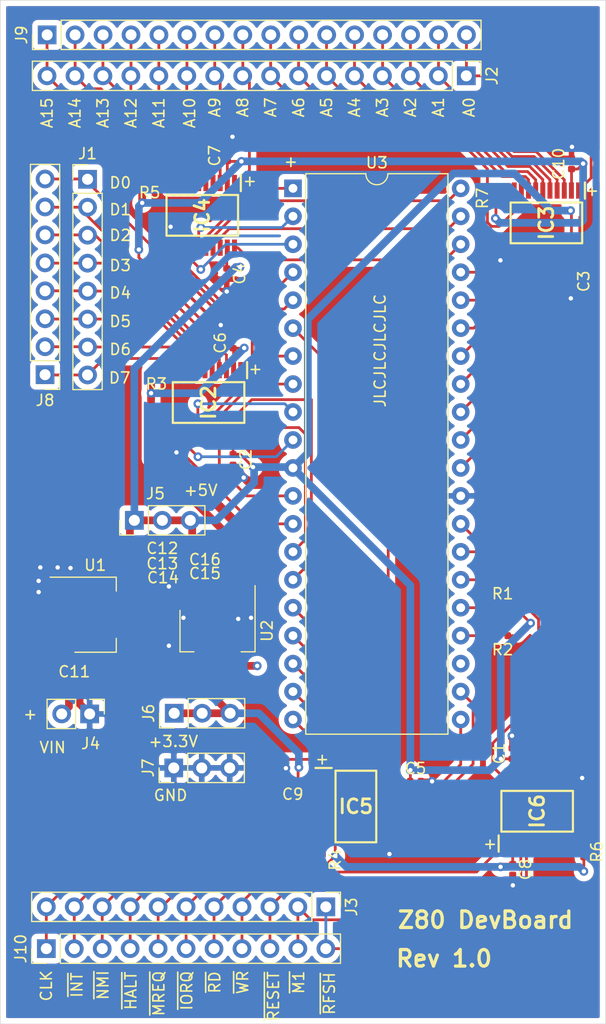
<source format=kicad_pcb>
(kicad_pcb (version 20171130) (host pcbnew "(5.1.6)-1")
  (layers (0 F.Cu signal) (31 B.Cu signal) (34 B.Paste user) (35 F.Paste user) (36 B.SilkS user) (37 F.SilkS user) (38 B.Mask user) (39 F.Mask user) (44 Edge.Cuts user))
  (net 0 "")
  (net 1 GND)
  (net 2 +5V)
  (net 3 +3V3)
  (net 4 /+5V_A15)
  (net 5 /+5V_A14)
  (net 6 /+5V_A13)
  (net 7 /+5V_A12)
  (net 8 /+5V_A11)
  (net 9 /+5V_A10)
  (net 10 /+5V_A9)
  (net 11 /+5V_A8)
  (net 12 /+5V_A7)
  (net 13 /+5V_A6)
  (net 14 /+5V_A5)
  (net 15 /+5V_A4)
  (net 16 /+5V_A3)
  (net 17 /+5V_A2)
  (net 18 /+5V_A1)
  (net 19 /+5V_A0)
  (net 20 /~+5V_RFSH)
  (net 21 /~+5V_M1)
  (net 22 /~+5V_RESET)
  (net 23 /~+5V_WR)
  (net 24 /~+5V_RD)
  (net 25 /~+5V_IORQ)
  (net 26 /~+5V_MREQ)
  (net 27 /~+5V_HALT)
  (net 28 /~+5V_NMI)
  (net 29 /~+5V_INT)
  (net 30 /+5V_D1)
  (net 31 /+5V_D0)
  (net 32 /+5V_D7)
  (net 33 /+5V_D2)
  (net 34 /+5V_D6)
  (net 35 /+5V_D5)
  (net 36 /+5V_D3)
  (net 37 /+5V_D4)
  (net 38 /+5V_CLK)
  (net 39 /D7)
  (net 40 /D6)
  (net 41 /D5)
  (net 42 /D4)
  (net 43 /D3)
  (net 44 /D2)
  (net 45 /D1)
  (net 46 /D0)
  (net 47 /A7)
  (net 48 /A6)
  (net 49 /A5)
  (net 50 /A4)
  (net 51 /A3)
  (net 52 /A2)
  (net 53 /A1)
  (net 54 /A0)
  (net 55 /A15)
  (net 56 /A14)
  (net 57 /A13)
  (net 58 /A12)
  (net 59 /A11)
  (net 60 /A10)
  (net 61 /A9)
  (net 62 /A8)
  (net 63 /~RESET)
  (net 64 /~IORQ)
  (net 65 /~MREQ)
  (net 66 /~WR)
  (net 67 /~RD)
  (net 68 /~NMI)
  (net 69 /~INT)
  (net 70 /CLK)
  (net 71 /~HALT)
  (net 72 /~RFSH)
  (net 73 /~M1)
  (net 74 /+VIN)
  (net 75 "Net-(IC2-Pad10)")
  (net 76 "Net-(IC3-Pad10)")
  (net 77 "Net-(IC4-Pad10)")
  (net 78 "Net-(IC5-Pad10)")
  (net 79 "Net-(IC6-Pad10)")
  (net 80 "Net-(R1-Pad1)")
  (net 81 "Net-(R2-Pad1)")
  (module Package_DIP:DIP-40_W15.24mm (layer F.Cu) (at 101.6 69.088)
    (fp_text reference U3 (at 7.62 -2.33) (layer F.SilkS))
    (fp_text value Z80CPU)
    (pad 40 thru_hole oval (at 15.24 0) (size 1.6 1.6) (drill 0.8) (layers *.Cu *.Mask) (net 9 /+5V_A10))
    (pad 20 thru_hole oval (at 0 48.26) (size 1.6 1.6) (drill 0.8) (layers *.Cu *.Mask) (net 25 /~+5V_IORQ))
    (pad 39 thru_hole oval (at 15.24 2.54) (size 1.6 1.6) (drill 0.8) (layers *.Cu *.Mask) (net 10 /+5V_A9))
    (pad 19 thru_hole oval (at 0 45.72) (size 1.6 1.6) (drill 0.8) (layers *.Cu *.Mask) (net 26 /~+5V_MREQ))
    (pad 38 thru_hole oval (at 15.24 5.08) (size 1.6 1.6) (drill 0.8) (layers *.Cu *.Mask) (net 11 /+5V_A8))
    (pad 18 thru_hole oval (at 0 43.18) (size 1.6 1.6) (drill 0.8) (layers *.Cu *.Mask) (net 27 /~+5V_HALT))
    (pad 37 thru_hole oval (at 15.24 7.62) (size 1.6 1.6) (drill 0.8) (layers *.Cu *.Mask) (net 12 /+5V_A7))
    (pad 17 thru_hole oval (at 0 40.64) (size 1.6 1.6) (drill 0.8) (layers *.Cu *.Mask) (net 28 /~+5V_NMI))
    (pad 36 thru_hole oval (at 15.24 10.16) (size 1.6 1.6) (drill 0.8) (layers *.Cu *.Mask) (net 13 /+5V_A6))
    (pad 16 thru_hole oval (at 0 38.1) (size 1.6 1.6) (drill 0.8) (layers *.Cu *.Mask) (net 29 /~+5V_INT))
    (pad 35 thru_hole oval (at 15.24 12.7) (size 1.6 1.6) (drill 0.8) (layers *.Cu *.Mask) (net 14 /+5V_A5))
    (pad 15 thru_hole oval (at 0 35.56) (size 1.6 1.6) (drill 0.8) (layers *.Cu *.Mask) (net 30 /+5V_D1))
    (pad 34 thru_hole oval (at 15.24 15.24) (size 1.6 1.6) (drill 0.8) (layers *.Cu *.Mask) (net 15 /+5V_A4))
    (pad 14 thru_hole oval (at 0 33.02) (size 1.6 1.6) (drill 0.8) (layers *.Cu *.Mask) (net 31 /+5V_D0))
    (pad 33 thru_hole oval (at 15.24 17.78) (size 1.6 1.6) (drill 0.8) (layers *.Cu *.Mask) (net 16 /+5V_A3))
    (pad 13 thru_hole oval (at 0 30.48) (size 1.6 1.6) (drill 0.8) (layers *.Cu *.Mask) (net 32 /+5V_D7))
    (pad 32 thru_hole oval (at 15.24 20.32) (size 1.6 1.6) (drill 0.8) (layers *.Cu *.Mask) (net 17 /+5V_A2))
    (pad 12 thru_hole oval (at 0 27.94) (size 1.6 1.6) (drill 0.8) (layers *.Cu *.Mask) (net 33 /+5V_D2))
    (pad 31 thru_hole oval (at 15.24 22.86) (size 1.6 1.6) (drill 0.8) (layers *.Cu *.Mask) (net 18 /+5V_A1))
    (pad 11 thru_hole oval (at 0 25.4) (size 1.6 1.6) (drill 0.8) (layers *.Cu *.Mask) (net 2 +5V))
    (pad 30 thru_hole oval (at 15.24 25.4) (size 1.6 1.6) (drill 0.8) (layers *.Cu *.Mask) (net 19 /+5V_A0))
    (pad 10 thru_hole oval (at 0 22.86) (size 1.6 1.6) (drill 0.8) (layers *.Cu *.Mask) (net 34 /+5V_D6))
    (pad 29 thru_hole oval (at 15.24 27.94) (size 1.6 1.6) (drill 0.8) (layers *.Cu *.Mask) (net 1 GND))
    (pad 9 thru_hole oval (at 0 20.32) (size 1.6 1.6) (drill 0.8) (layers *.Cu *.Mask) (net 35 /+5V_D5))
    (pad 28 thru_hole oval (at 15.24 30.48) (size 1.6 1.6) (drill 0.8) (layers *.Cu *.Mask) (net 20 /~+5V_RFSH))
    (pad 8 thru_hole oval (at 0 17.78) (size 1.6 1.6) (drill 0.8) (layers *.Cu *.Mask) (net 36 /+5V_D3))
    (pad 27 thru_hole oval (at 15.24 33.02) (size 1.6 1.6) (drill 0.8) (layers *.Cu *.Mask) (net 21 /~+5V_M1))
    (pad 7 thru_hole oval (at 0 15.24) (size 1.6 1.6) (drill 0.8) (layers *.Cu *.Mask) (net 37 /+5V_D4))
    (pad 26 thru_hole oval (at 15.24 35.56) (size 1.6 1.6) (drill 0.8) (layers *.Cu *.Mask) (net 22 /~+5V_RESET))
    (pad 6 thru_hole oval (at 0 12.7) (size 1.6 1.6) (drill 0.8) (layers *.Cu *.Mask) (net 38 /+5V_CLK))
    (pad 25 thru_hole oval (at 15.24 38.1) (size 1.6 1.6) (drill 0.8) (layers *.Cu *.Mask) (net 80 "Net-(R1-Pad1)"))
    (pad 5 thru_hole oval (at 0 10.16) (size 1.6 1.6) (drill 0.8) (layers *.Cu *.Mask) (net 4 /+5V_A15))
    (pad 24 thru_hole oval (at 15.24 40.64) (size 1.6 1.6) (drill 0.8) (layers *.Cu *.Mask) (net 81 "Net-(R2-Pad1)"))
    (pad 4 thru_hole oval (at 0 7.62) (size 1.6 1.6) (drill 0.8) (layers *.Cu *.Mask) (net 5 /+5V_A14))
    (pad 23 thru_hole oval (at 15.24 43.18) (size 1.6 1.6) (drill 0.8) (layers *.Cu *.Mask))
    (pad 3 thru_hole oval (at 0 5.08) (size 1.6 1.6) (drill 0.8) (layers *.Cu *.Mask) (net 6 /+5V_A13))
    (pad 22 thru_hole oval (at 15.24 45.72) (size 1.6 1.6) (drill 0.8) (layers *.Cu *.Mask) (net 23 /~+5V_WR))
    (pad 2 thru_hole oval (at 0 2.54) (size 1.6 1.6) (drill 0.8) (layers *.Cu *.Mask) (net 7 /+5V_A12))
    (pad 21 thru_hole oval (at 15.24 48.26) (size 1.6 1.6) (drill 0.8) (layers *.Cu *.Mask) (net 24 /~+5V_RD))
    (pad 1 thru_hole rect (at 0 0) (size 1.6 1.6) (drill 0.8) (layers *.Cu *.Mask) (net 8 /+5V_A11))
  )
  (module Connector_PinHeader_2.54mm:PinHeader_1x11_P2.54mm_Vertical (layer F.Cu) (at 79.1845 138.1633 90)
    (fp_text reference J10 (at 0 -2.33 90) (layer F.SilkS))
    (fp_text value Conn_01x11)
    (pad 11 thru_hole oval (at 0 25.4 90) (size 1.7 1.7) (drill 1) (layers *.Cu *.Mask) (net 72 /~RFSH))
    (pad 10 thru_hole oval (at 0 22.86 90) (size 1.7 1.7) (drill 1) (layers *.Cu *.Mask) (net 73 /~M1))
    (pad 9 thru_hole oval (at 0 20.32 90) (size 1.7 1.7) (drill 1) (layers *.Cu *.Mask) (net 63 /~RESET))
    (pad 8 thru_hole oval (at 0 17.78 90) (size 1.7 1.7) (drill 1) (layers *.Cu *.Mask) (net 66 /~WR))
    (pad 7 thru_hole oval (at 0 15.24 90) (size 1.7 1.7) (drill 1) (layers *.Cu *.Mask) (net 67 /~RD))
    (pad 6 thru_hole oval (at 0 12.7 90) (size 1.7 1.7) (drill 1) (layers *.Cu *.Mask) (net 64 /~IORQ))
    (pad 5 thru_hole oval (at 0 10.16 90) (size 1.7 1.7) (drill 1) (layers *.Cu *.Mask) (net 65 /~MREQ))
    (pad 4 thru_hole oval (at 0 7.62 90) (size 1.7 1.7) (drill 1) (layers *.Cu *.Mask) (net 71 /~HALT))
    (pad 3 thru_hole oval (at 0 5.08 90) (size 1.7 1.7) (drill 1) (layers *.Cu *.Mask) (net 68 /~NMI))
    (pad 2 thru_hole oval (at 0 2.54 90) (size 1.7 1.7) (drill 1) (layers *.Cu *.Mask) (net 69 /~INT))
    (pad 1 thru_hole rect (at 0 0 90) (size 1.7 1.7) (drill 1) (layers *.Cu *.Mask) (net 70 /CLK))
  )
  (module Connector_PinHeader_2.54mm:PinHeader_1x16_P2.54mm_Vertical (layer F.Cu) (at 79.2607 55.1434 90)
    (fp_text reference J9 (at 0 -2.33 90) (layer F.SilkS))
    (fp_text value Conn_01x16)
    (pad 16 thru_hole oval (at 0 38.1 90) (size 1.7 1.7) (drill 1) (layers *.Cu *.Mask) (net 54 /A0))
    (pad 15 thru_hole oval (at 0 35.56 90) (size 1.7 1.7) (drill 1) (layers *.Cu *.Mask) (net 53 /A1))
    (pad 14 thru_hole oval (at 0 33.02 90) (size 1.7 1.7) (drill 1) (layers *.Cu *.Mask) (net 52 /A2))
    (pad 13 thru_hole oval (at 0 30.48 90) (size 1.7 1.7) (drill 1) (layers *.Cu *.Mask) (net 51 /A3))
    (pad 12 thru_hole oval (at 0 27.94 90) (size 1.7 1.7) (drill 1) (layers *.Cu *.Mask) (net 50 /A4))
    (pad 11 thru_hole oval (at 0 25.4 90) (size 1.7 1.7) (drill 1) (layers *.Cu *.Mask) (net 49 /A5))
    (pad 10 thru_hole oval (at 0 22.86 90) (size 1.7 1.7) (drill 1) (layers *.Cu *.Mask) (net 48 /A6))
    (pad 9 thru_hole oval (at 0 20.32 90) (size 1.7 1.7) (drill 1) (layers *.Cu *.Mask) (net 47 /A7))
    (pad 8 thru_hole oval (at 0 17.78 90) (size 1.7 1.7) (drill 1) (layers *.Cu *.Mask) (net 62 /A8))
    (pad 7 thru_hole oval (at 0 15.24 90) (size 1.7 1.7) (drill 1) (layers *.Cu *.Mask) (net 61 /A9))
    (pad 6 thru_hole oval (at 0 12.7 90) (size 1.7 1.7) (drill 1) (layers *.Cu *.Mask) (net 60 /A10))
    (pad 5 thru_hole oval (at 0 10.16 90) (size 1.7 1.7) (drill 1) (layers *.Cu *.Mask) (net 59 /A11))
    (pad 4 thru_hole oval (at 0 7.62 90) (size 1.7 1.7) (drill 1) (layers *.Cu *.Mask) (net 58 /A12))
    (pad 3 thru_hole oval (at 0 5.08 90) (size 1.7 1.7) (drill 1) (layers *.Cu *.Mask) (net 57 /A13))
    (pad 2 thru_hole oval (at 0 2.54 90) (size 1.7 1.7) (drill 1) (layers *.Cu *.Mask) (net 56 /A14))
    (pad 1 thru_hole rect (at 0 0 90) (size 1.7 1.7) (drill 1) (layers *.Cu *.Mask) (net 55 /A15))
  )
  (module Connector_PinHeader_2.54mm:PinHeader_1x08_P2.54mm_Vertical (layer F.Cu) (at 79.0702 86.0171 180)
    (fp_text reference J8 (at 0 -2.33) (layer F.SilkS))
    (fp_text value Conn_01x08)
    (pad 8 thru_hole oval (at 0 17.78 180) (size 1.7 1.7) (drill 1) (layers *.Cu *.Mask) (net 46 /D0))
    (pad 7 thru_hole oval (at 0 15.24 180) (size 1.7 1.7) (drill 1) (layers *.Cu *.Mask) (net 45 /D1))
    (pad 6 thru_hole oval (at 0 12.7 180) (size 1.7 1.7) (drill 1) (layers *.Cu *.Mask) (net 44 /D2))
    (pad 5 thru_hole oval (at 0 10.16 180) (size 1.7 1.7) (drill 1) (layers *.Cu *.Mask) (net 43 /D3))
    (pad 4 thru_hole oval (at 0 7.62 180) (size 1.7 1.7) (drill 1) (layers *.Cu *.Mask) (net 42 /D4))
    (pad 3 thru_hole oval (at 0 5.08 180) (size 1.7 1.7) (drill 1) (layers *.Cu *.Mask) (net 41 /D5))
    (pad 2 thru_hole oval (at 0 2.54 180) (size 1.7 1.7) (drill 1) (layers *.Cu *.Mask) (net 40 /D6))
    (pad 1 thru_hole rect (at 0 0 180) (size 1.7 1.7) (drill 1) (layers *.Cu *.Mask) (net 39 /D7))
  )
  (module Resistor_SMD:R_0402_1005Metric (layer F.Cu) (at 120.0404 70.1191 270)
    (fp_text reference R7 (at -0.1294 1.2319 90) (layer F.SilkS))
    (fp_text value 50k)
    (pad 2 smd roundrect (at 0.485 0 270) (size 0.59 0.64) (layers F.Cu F.Paste F.Mask) (net 3 +3V3))
    (pad 1 smd roundrect (at -0.485 0 270) (size 0.59 0.64) (layers F.Cu F.Paste F.Mask) (net 76 "Net-(IC3-Pad10)"))
  )
  (module Resistor_SMD:R_0402_1005Metric (layer F.Cu) (at 128.0287 129.3622 270)
    (fp_text reference R6 (at 0 -1.17 90) (layer F.SilkS))
    (fp_text value 50k)
    (pad 2 smd roundrect (at 0.485 0 270) (size 0.59 0.64) (layers F.Cu F.Paste F.Mask) (net 3 +3V3))
    (pad 1 smd roundrect (at -0.485 0 270) (size 0.59 0.64) (layers F.Cu F.Paste F.Mask) (net 79 "Net-(IC6-Pad10)"))
  )
  (module Resistor_SMD:R_0402_1005Metric (layer F.Cu) (at 88.5722 68.3006 180)
    (fp_text reference R5 (at 0 -1.17) (layer F.SilkS))
    (fp_text value 50k)
    (pad 2 smd roundrect (at 0.485 0 180) (size 0.59 0.64) (layers F.Cu F.Paste F.Mask) (net 3 +3V3))
    (pad 1 smd roundrect (at -0.485 0 180) (size 0.59 0.64) (layers F.Cu F.Paste F.Mask) (net 77 "Net-(IC4-Pad10)"))
  )
  (module Resistor_SMD:R_0402_1005Metric (layer F.Cu) (at 104.267 130.0964 270)
    (fp_text reference R4 (at 0 -1.17 90) (layer F.SilkS))
    (fp_text value 50k)
    (pad 2 smd roundrect (at 0.485 0 270) (size 0.59 0.64) (layers F.Cu F.Paste F.Mask) (net 3 +3V3))
    (pad 1 smd roundrect (at -0.485 0 270) (size 0.59 0.64) (layers F.Cu F.Paste F.Mask) (net 78 "Net-(IC5-Pad10)"))
  )
  (module Connector_PinHeader_2.54mm:PinHeader_1x03_P2.54mm_Vertical (layer F.Cu) (at 90.7669 121.7422 90)
    (fp_text reference J7 (at 0 -2.33 90) (layer F.SilkS))
    (fp_text value Conn_01x03)
    (pad 3 thru_hole oval (at 0 5.08 90) (size 1.7 1.7) (drill 1) (layers *.Cu *.Mask) (net 1 GND))
    (pad 2 thru_hole oval (at 0 2.54 90) (size 1.7 1.7) (drill 1) (layers *.Cu *.Mask) (net 1 GND))
    (pad 1 thru_hole rect (at 0 0 90) (size 1.7 1.7) (drill 1) (layers *.Cu *.Mask) (net 1 GND))
  )
  (module Connector_PinHeader_2.54mm:PinHeader_1x03_P2.54mm_Vertical (layer F.Cu) (at 90.805 116.7765 90)
    (fp_text reference J6 (at 0 -2.33 90) (layer F.SilkS))
    (fp_text value Conn_01x03)
    (pad 3 thru_hole oval (at 0 5.08 90) (size 1.7 1.7) (drill 1) (layers *.Cu *.Mask) (net 3 +3V3))
    (pad 2 thru_hole oval (at 0 2.54 90) (size 1.7 1.7) (drill 1) (layers *.Cu *.Mask) (net 3 +3V3))
    (pad 1 thru_hole rect (at 0 0 90) (size 1.7 1.7) (drill 1) (layers *.Cu *.Mask) (net 3 +3V3))
  )
  (module Connector_PinHeader_2.54mm:PinHeader_1x03_P2.54mm_Vertical (layer F.Cu) (at 87.1855 99.2505 90)
    (fp_text reference J5 (at 2.4257 1.9177 180) (layer F.SilkS))
    (fp_text value Conn_01x03)
    (pad 3 thru_hole oval (at 0 5.08 90) (size 1.7 1.7) (drill 1) (layers *.Cu *.Mask) (net 2 +5V))
    (pad 2 thru_hole oval (at 0 2.54 90) (size 1.7 1.7) (drill 1) (layers *.Cu *.Mask) (net 2 +5V))
    (pad 1 thru_hole rect (at 0 0 90) (size 1.7 1.7) (drill 1) (layers *.Cu *.Mask) (net 2 +5V))
  )
  (module Package_TO_SOT_SMD:SOT-223-3_TabPin2 (layer F.Cu) (at 94.742 109.2835 270)
    (fp_text reference U2 (at 0 -4.5 90) (layer F.SilkS))
    (fp_text value LD1117S33TR_SOT223)
    (pad 1 smd rect (at -3.15 -2.3 270) (size 2 1.5) (layers F.Cu F.Paste F.Mask) (net 1 GND))
    (pad 3 smd rect (at -3.15 2.3 270) (size 2 1.5) (layers F.Cu F.Paste F.Mask) (net 2 +5V))
    (pad 2 smd rect (at -3.15 0 270) (size 2 1.5) (layers F.Cu F.Paste F.Mask) (net 3 +3V3))
    (pad 2 smd rect (at 3.15 0 270) (size 2 3.8) (layers F.Cu F.Paste F.Mask) (net 3 +3V3))
  )
  (module Package_TO_SOT_SMD:SOT-223-3_TabPin2 (layer F.Cu) (at 83.6295 107.823)
    (fp_text reference U1 (at 0 -4.5) (layer F.SilkS))
    (fp_text value LD1117S50TR_SOT223)
    (pad 1 smd rect (at -3.15 -2.3) (size 2 1.5) (layers F.Cu F.Paste F.Mask) (net 1 GND))
    (pad 3 smd rect (at -3.15 2.3) (size 2 1.5) (layers F.Cu F.Paste F.Mask) (net 74 /+VIN))
    (pad 2 smd rect (at -3.15 0) (size 2 1.5) (layers F.Cu F.Paste F.Mask) (net 2 +5V))
    (pad 2 smd rect (at 3.15 0) (size 2 3.8) (layers F.Cu F.Paste F.Mask) (net 2 +5V))
  )
  (module Connector_PinHeader_2.54mm:PinHeader_1x02_P2.54mm_Vertical (layer F.Cu) (at 83.1215 116.84 270)
    (fp_text reference J4 (at 2.6924 -0.0889 180) (layer F.SilkS))
    (fp_text value Conn_01x02)
    (pad 2 thru_hole oval (at 0 2.54 270) (size 1.7 1.7) (drill 1) (layers *.Cu *.Mask) (net 74 /+VIN))
    (pad 1 thru_hole rect (at 0 0 270) (size 1.7 1.7) (drill 1) (layers *.Cu *.Mask) (net 1 GND))
  )
  (module Capacitor_SMD:C_0402_1005Metric (layer F.Cu) (at 96.1795 103.0605)
    (fp_text reference C16 (at -2.5805 -0.254) (layer F.SilkS))
    (fp_text value 100nF)
    (pad 2 smd roundrect (at 0.485 0) (size 0.59 0.64) (layers F.Cu F.Paste F.Mask) (net 1 GND))
    (pad 1 smd roundrect (at -0.485 0) (size 0.59 0.64) (layers F.Cu F.Paste F.Mask) (net 3 +3V3))
  )
  (module Capacitor_SMD:C_0402_1005Metric (layer F.Cu) (at 96.116 104.2035)
    (fp_text reference C15 (at -2.517 -0.127) (layer F.SilkS))
    (fp_text value 10uF)
    (pad 2 smd roundrect (at 0.485 0) (size 0.59 0.64) (layers F.Cu F.Paste F.Mask) (net 1 GND))
    (pad 1 smd roundrect (at -0.485 0) (size 0.59 0.64) (layers F.Cu F.Paste F.Mask) (net 3 +3V3))
  )
  (module Capacitor_SMD:C_0402_1005Metric (layer F.Cu) (at 89.7485 109.4105)
    (fp_text reference C14 (at 0.0405 -4.953) (layer F.SilkS))
    (fp_text value 10uF)
    (pad 2 smd roundrect (at 0.485 0) (size 0.59 0.64) (layers F.Cu F.Paste F.Mask) (net 1 GND))
    (pad 1 smd roundrect (at -0.485 0) (size 0.59 0.64) (layers F.Cu F.Paste F.Mask) (net 2 +5V))
  )
  (module Capacitor_SMD:C_0402_1005Metric (layer F.Cu) (at 89.766 107.823)
    (fp_text reference C13 (at -0.0405 -4.6355) (layer F.SilkS))
    (fp_text value 100nF)
    (pad 2 smd roundrect (at 0.485 0) (size 0.59 0.64) (layers F.Cu F.Paste F.Mask) (net 1 GND))
    (pad 1 smd roundrect (at -0.485 0) (size 0.59 0.64) (layers F.Cu F.Paste F.Mask) (net 2 +5V))
  )
  (module Capacitor_SMD:C_0402_1005Metric (layer F.Cu) (at 89.7025 106.3625)
    (fp_text reference C12 (at 0.023 -4.572) (layer F.SilkS))
    (fp_text value 10uF)
    (pad 2 smd roundrect (at 0.485 0) (size 0.59 0.64) (layers F.Cu F.Paste F.Mask) (net 1 GND))
    (pad 1 smd roundrect (at -0.485 0) (size 0.59 0.64) (layers F.Cu F.Paste F.Mask) (net 2 +5V))
  )
  (module Capacitor_SMD:C_0402_1005Metric (layer F.Cu) (at 81.7245 114.173)
    (fp_text reference C11 (at 0 -1.17) (layer F.SilkS))
    (fp_text value 10uF)
    (pad 2 smd roundrect (at 0.485 0) (size 0.59 0.64) (layers F.Cu F.Paste F.Mask) (net 1 GND))
    (pad 1 smd roundrect (at -0.485 0) (size 0.59 0.64) (layers F.Cu F.Paste F.Mask) (net 74 /+VIN))
  )
  (module Connector_PinHeader_2.54mm:PinHeader_1x11_P2.54mm_Vertical (layer F.Cu) (at 104.5845 134.366 270)
    (fp_text reference J3 (at 0 -2.33 90) (layer F.SilkS))
    (fp_text value Conn_01x11)
    (pad 11 thru_hole oval (at 0 25.4 270) (size 1.7 1.7) (drill 1) (layers *.Cu *.Mask) (net 70 /CLK))
    (pad 10 thru_hole oval (at 0 22.86 270) (size 1.7 1.7) (drill 1) (layers *.Cu *.Mask) (net 69 /~INT))
    (pad 9 thru_hole oval (at 0 20.32 270) (size 1.7 1.7) (drill 1) (layers *.Cu *.Mask) (net 68 /~NMI))
    (pad 8 thru_hole oval (at 0 17.78 270) (size 1.7 1.7) (drill 1) (layers *.Cu *.Mask) (net 71 /~HALT))
    (pad 7 thru_hole oval (at 0 15.24 270) (size 1.7 1.7) (drill 1) (layers *.Cu *.Mask) (net 65 /~MREQ))
    (pad 6 thru_hole oval (at 0 12.7 270) (size 1.7 1.7) (drill 1) (layers *.Cu *.Mask) (net 64 /~IORQ))
    (pad 5 thru_hole oval (at 0 10.16 270) (size 1.7 1.7) (drill 1) (layers *.Cu *.Mask) (net 67 /~RD))
    (pad 4 thru_hole oval (at 0 7.62 270) (size 1.7 1.7) (drill 1) (layers *.Cu *.Mask) (net 66 /~WR))
    (pad 3 thru_hole oval (at 0 5.08 270) (size 1.7 1.7) (drill 1) (layers *.Cu *.Mask) (net 63 /~RESET))
    (pad 2 thru_hole oval (at 0 2.54 270) (size 1.7 1.7) (drill 1) (layers *.Cu *.Mask) (net 73 /~M1))
    (pad 1 thru_hole rect (at 0 0 270) (size 1.7 1.7) (drill 1) (layers *.Cu *.Mask) (net 72 /~RFSH))
  )
  (module Connector_PinHeader_2.54mm:PinHeader_1x16_P2.54mm_Vertical (layer F.Cu) (at 117.348 58.8645 270)
    (fp_text reference J2 (at 0 -2.33 90) (layer F.SilkS))
    (fp_text value Conn_01x16)
    (pad 16 thru_hole oval (at 0 38.1 270) (size 1.7 1.7) (drill 1) (layers *.Cu *.Mask) (net 55 /A15))
    (pad 15 thru_hole oval (at 0 35.56 270) (size 1.7 1.7) (drill 1) (layers *.Cu *.Mask) (net 56 /A14))
    (pad 14 thru_hole oval (at 0 33.02 270) (size 1.7 1.7) (drill 1) (layers *.Cu *.Mask) (net 57 /A13))
    (pad 13 thru_hole oval (at 0 30.48 270) (size 1.7 1.7) (drill 1) (layers *.Cu *.Mask) (net 58 /A12))
    (pad 12 thru_hole oval (at 0 27.94 270) (size 1.7 1.7) (drill 1) (layers *.Cu *.Mask) (net 59 /A11))
    (pad 11 thru_hole oval (at 0 25.4 270) (size 1.7 1.7) (drill 1) (layers *.Cu *.Mask) (net 60 /A10))
    (pad 10 thru_hole oval (at 0 22.86 270) (size 1.7 1.7) (drill 1) (layers *.Cu *.Mask) (net 61 /A9))
    (pad 9 thru_hole oval (at 0 20.32 270) (size 1.7 1.7) (drill 1) (layers *.Cu *.Mask) (net 62 /A8))
    (pad 8 thru_hole oval (at 0 17.78 270) (size 1.7 1.7) (drill 1) (layers *.Cu *.Mask) (net 47 /A7))
    (pad 7 thru_hole oval (at 0 15.24 270) (size 1.7 1.7) (drill 1) (layers *.Cu *.Mask) (net 48 /A6))
    (pad 6 thru_hole oval (at 0 12.7 270) (size 1.7 1.7) (drill 1) (layers *.Cu *.Mask) (net 49 /A5))
    (pad 5 thru_hole oval (at 0 10.16 270) (size 1.7 1.7) (drill 1) (layers *.Cu *.Mask) (net 50 /A4))
    (pad 4 thru_hole oval (at 0 7.62 270) (size 1.7 1.7) (drill 1) (layers *.Cu *.Mask) (net 51 /A3))
    (pad 3 thru_hole oval (at 0 5.08 270) (size 1.7 1.7) (drill 1) (layers *.Cu *.Mask) (net 52 /A2))
    (pad 2 thru_hole oval (at 0 2.54 270) (size 1.7 1.7) (drill 1) (layers *.Cu *.Mask) (net 53 /A1))
    (pad 1 thru_hole rect (at 0 0 270) (size 1.7 1.7) (drill 1) (layers *.Cu *.Mask) (net 54 /A0))
  )
  (module Connector_PinHeader_2.54mm:PinHeader_1x08_P2.54mm_Vertical (layer F.Cu) (at 82.931 68.2625)
    (fp_text reference J1 (at 0 -2.33) (layer F.SilkS))
    (fp_text value Conn_01x08)
    (pad 8 thru_hole oval (at 0 17.78) (size 1.7 1.7) (drill 1) (layers *.Cu *.Mask) (net 39 /D7))
    (pad 7 thru_hole oval (at 0 15.24) (size 1.7 1.7) (drill 1) (layers *.Cu *.Mask) (net 40 /D6))
    (pad 6 thru_hole oval (at 0 12.7) (size 1.7 1.7) (drill 1) (layers *.Cu *.Mask) (net 41 /D5))
    (pad 5 thru_hole oval (at 0 10.16) (size 1.7 1.7) (drill 1) (layers *.Cu *.Mask) (net 42 /D4))
    (pad 4 thru_hole oval (at 0 7.62) (size 1.7 1.7) (drill 1) (layers *.Cu *.Mask) (net 43 /D3))
    (pad 3 thru_hole oval (at 0 5.08) (size 1.7 1.7) (drill 1) (layers *.Cu *.Mask) (net 44 /D2))
    (pad 2 thru_hole oval (at 0 2.54) (size 1.7 1.7) (drill 1) (layers *.Cu *.Mask) (net 45 /D1))
    (pad 1 thru_hole rect (at 0 0) (size 1.7 1.7) (drill 1) (layers *.Cu *.Mask) (net 46 /D0))
  )
  (module Resistor_SMD:R_0402_1005Metric (layer F.Cu) (at 89.1897 85.6869 180)
    (fp_text reference R3 (at 0 -1.17) (layer F.SilkS))
    (fp_text value 50k)
    (pad 2 smd roundrect (at 0.485 0 180) (size 0.59 0.64) (layers F.Cu F.Paste F.Mask) (net 3 +3V3))
    (pad 1 smd roundrect (at -0.485 0 180) (size 0.59 0.64) (layers F.Cu F.Paste F.Mask) (net 75 "Net-(IC2-Pad10)"))
  )
  (module Resistor_SMD:R_0402_1005Metric (layer F.Cu) (at 120.627 109.728)
    (fp_text reference R2 (at 0.023 1.27) (layer F.SilkS))
    (fp_text value 10k)
    (pad 2 smd roundrect (at 0.485 0) (size 0.59 0.64) (layers F.Cu F.Paste F.Mask) (net 2 +5V))
    (pad 1 smd roundrect (at -0.485 0) (size 0.59 0.64) (layers F.Cu F.Paste F.Mask) (net 81 "Net-(R2-Pad1)"))
  )
  (module Resistor_SMD:R_0402_1005Metric (layer F.Cu) (at 120.673 107.188)
    (fp_text reference R1 (at -0.023 -1.27) (layer F.SilkS))
    (fp_text value 10k)
    (pad 2 smd roundrect (at 0.485 0) (size 0.59 0.64) (layers F.Cu F.Paste F.Mask) (net 2 +5V))
    (pad 1 smd roundrect (at -0.485 0) (size 0.59 0.64) (layers F.Cu F.Paste F.Mask) (net 80 "Net-(R1-Pad1)"))
  )
  (module SamacSys_Parts:SOP65P640X120-20N (layer F.Cu) (at 123.7869 125.6792 90)
    (fp_text reference IC6 (at 0 0 90) (layer F.SilkS) (effects (font (size 1.27 1.27) (thickness 0.254))))
    (fp_text value TXB0108PWR hide)
    (pad 20 smd rect (at 2.938 -2.925 180) (size 0.45 1.475) (layers F.Cu F.Paste F.Mask) (net 22 /~+5V_RESET))
    (pad 19 smd rect (at 2.938 -2.275 180) (size 0.45 1.475) (layers F.Cu F.Paste F.Mask) (net 2 +5V))
    (pad 18 smd rect (at 2.938 -1.625 180) (size 0.45 1.475) (layers F.Cu F.Paste F.Mask) (net 21 /~+5V_M1))
    (pad 17 smd rect (at 2.938 -0.975 180) (size 0.45 1.475) (layers F.Cu F.Paste F.Mask) (net 20 /~+5V_RFSH))
    (pad 16 smd rect (at 2.938 -0.325 180) (size 0.45 1.475) (layers F.Cu F.Paste F.Mask))
    (pad 15 smd rect (at 2.938 0.325 180) (size 0.45 1.475) (layers F.Cu F.Paste F.Mask))
    (pad 14 smd rect (at 2.938 0.975 180) (size 0.45 1.475) (layers F.Cu F.Paste F.Mask))
    (pad 13 smd rect (at 2.938 1.625 180) (size 0.45 1.475) (layers F.Cu F.Paste F.Mask))
    (pad 12 smd rect (at 2.938 2.275 180) (size 0.45 1.475) (layers F.Cu F.Paste F.Mask))
    (pad 11 smd rect (at 2.938 2.925 180) (size 0.45 1.475) (layers F.Cu F.Paste F.Mask) (net 1 GND))
    (pad 10 smd rect (at -2.938 2.925 180) (size 0.45 1.475) (layers F.Cu F.Paste F.Mask) (net 79 "Net-(IC6-Pad10)"))
    (pad 9 smd rect (at -2.938 2.275 180) (size 0.45 1.475) (layers F.Cu F.Paste F.Mask))
    (pad 8 smd rect (at -2.938 1.625 180) (size 0.45 1.475) (layers F.Cu F.Paste F.Mask))
    (pad 7 smd rect (at -2.938 0.975 180) (size 0.45 1.475) (layers F.Cu F.Paste F.Mask))
    (pad 6 smd rect (at -2.938 0.325 180) (size 0.45 1.475) (layers F.Cu F.Paste F.Mask))
    (pad 5 smd rect (at -2.938 -0.325 180) (size 0.45 1.475) (layers F.Cu F.Paste F.Mask))
    (pad 4 smd rect (at -2.938 -0.975 180) (size 0.45 1.475) (layers F.Cu F.Paste F.Mask) (net 72 /~RFSH))
    (pad 3 smd rect (at -2.938 -1.625 180) (size 0.45 1.475) (layers F.Cu F.Paste F.Mask) (net 73 /~M1))
    (pad 2 smd rect (at -2.938 -2.275 180) (size 0.45 1.475) (layers F.Cu F.Paste F.Mask) (net 3 +3V3))
    (pad 1 smd rect (at -2.938 -2.925 180) (size 0.45 1.475) (layers F.Cu F.Paste F.Mask) (net 63 /~RESET))
  )
  (module SamacSys_Parts:SOP65P640X120-20N (layer F.Cu) (at 107.315 125.2474)
    (fp_text reference IC5 (at 0 0) (layer F.SilkS) (effects (font (size 1.27 1.27) (thickness 0.254))))
    (fp_text value TXB0108PWR hide)
    (pad 20 smd rect (at 2.938 -2.925 90) (size 0.45 1.475) (layers F.Cu F.Paste F.Mask) (net 38 /+5V_CLK))
    (pad 19 smd rect (at 2.938 -2.275 90) (size 0.45 1.475) (layers F.Cu F.Paste F.Mask) (net 2 +5V))
    (pad 18 smd rect (at 2.938 -1.625 90) (size 0.45 1.475) (layers F.Cu F.Paste F.Mask) (net 29 /~+5V_INT))
    (pad 17 smd rect (at 2.938 -0.975 90) (size 0.45 1.475) (layers F.Cu F.Paste F.Mask) (net 28 /~+5V_NMI))
    (pad 16 smd rect (at 2.938 -0.325 90) (size 0.45 1.475) (layers F.Cu F.Paste F.Mask) (net 27 /~+5V_HALT))
    (pad 15 smd rect (at 2.938 0.325 90) (size 0.45 1.475) (layers F.Cu F.Paste F.Mask) (net 26 /~+5V_MREQ))
    (pad 14 smd rect (at 2.938 0.975 90) (size 0.45 1.475) (layers F.Cu F.Paste F.Mask) (net 25 /~+5V_IORQ))
    (pad 13 smd rect (at 2.938 1.625 90) (size 0.45 1.475) (layers F.Cu F.Paste F.Mask) (net 24 /~+5V_RD))
    (pad 12 smd rect (at 2.938 2.275 90) (size 0.45 1.475) (layers F.Cu F.Paste F.Mask) (net 23 /~+5V_WR))
    (pad 11 smd rect (at 2.938 2.925 90) (size 0.45 1.475) (layers F.Cu F.Paste F.Mask) (net 1 GND))
    (pad 10 smd rect (at -2.938 2.925 90) (size 0.45 1.475) (layers F.Cu F.Paste F.Mask) (net 78 "Net-(IC5-Pad10)"))
    (pad 9 smd rect (at -2.938 2.275 90) (size 0.45 1.475) (layers F.Cu F.Paste F.Mask) (net 66 /~WR))
    (pad 8 smd rect (at -2.938 1.625 90) (size 0.45 1.475) (layers F.Cu F.Paste F.Mask) (net 67 /~RD))
    (pad 7 smd rect (at -2.938 0.975 90) (size 0.45 1.475) (layers F.Cu F.Paste F.Mask) (net 64 /~IORQ))
    (pad 6 smd rect (at -2.938 0.325 90) (size 0.45 1.475) (layers F.Cu F.Paste F.Mask) (net 65 /~MREQ))
    (pad 5 smd rect (at -2.938 -0.325 90) (size 0.45 1.475) (layers F.Cu F.Paste F.Mask) (net 71 /~HALT))
    (pad 4 smd rect (at -2.938 -0.975 90) (size 0.45 1.475) (layers F.Cu F.Paste F.Mask) (net 68 /~NMI))
    (pad 3 smd rect (at -2.938 -1.625 90) (size 0.45 1.475) (layers F.Cu F.Paste F.Mask) (net 69 /~INT))
    (pad 2 smd rect (at -2.938 -2.275 90) (size 0.45 1.475) (layers F.Cu F.Paste F.Mask) (net 3 +3V3))
    (pad 1 smd rect (at -2.938 -2.925 90) (size 0.45 1.475) (layers F.Cu F.Paste F.Mask) (net 70 /CLK))
  )
  (module SamacSys_Parts:SOP65P640X120-20N (layer F.Cu) (at 93.3577 71.5391 270)
    (fp_text reference IC4 (at 0 0 90) (layer F.SilkS) (effects (font (size 1.27 1.27) (thickness 0.254))))
    (fp_text value TXB0108PWR hide)
    (pad 20 smd rect (at 2.938 -2.925) (size 0.45 1.475) (layers F.Cu F.Paste F.Mask) (net 11 /+5V_A8))
    (pad 19 smd rect (at 2.938 -2.275) (size 0.45 1.475) (layers F.Cu F.Paste F.Mask) (net 2 +5V))
    (pad 18 smd rect (at 2.938 -1.625) (size 0.45 1.475) (layers F.Cu F.Paste F.Mask) (net 10 /+5V_A9))
    (pad 17 smd rect (at 2.938 -0.975) (size 0.45 1.475) (layers F.Cu F.Paste F.Mask) (net 9 /+5V_A10))
    (pad 16 smd rect (at 2.938 -0.325) (size 0.45 1.475) (layers F.Cu F.Paste F.Mask) (net 8 /+5V_A11))
    (pad 15 smd rect (at 2.938 0.325) (size 0.45 1.475) (layers F.Cu F.Paste F.Mask) (net 7 /+5V_A12))
    (pad 14 smd rect (at 2.938 0.975) (size 0.45 1.475) (layers F.Cu F.Paste F.Mask) (net 6 /+5V_A13))
    (pad 13 smd rect (at 2.938 1.625) (size 0.45 1.475) (layers F.Cu F.Paste F.Mask) (net 5 /+5V_A14))
    (pad 12 smd rect (at 2.938 2.275) (size 0.45 1.475) (layers F.Cu F.Paste F.Mask) (net 4 /+5V_A15))
    (pad 11 smd rect (at 2.938 2.925) (size 0.45 1.475) (layers F.Cu F.Paste F.Mask) (net 1 GND))
    (pad 10 smd rect (at -2.938 2.925) (size 0.45 1.475) (layers F.Cu F.Paste F.Mask) (net 77 "Net-(IC4-Pad10)"))
    (pad 9 smd rect (at -2.938 2.275) (size 0.45 1.475) (layers F.Cu F.Paste F.Mask) (net 55 /A15))
    (pad 8 smd rect (at -2.938 1.625) (size 0.45 1.475) (layers F.Cu F.Paste F.Mask) (net 56 /A14))
    (pad 7 smd rect (at -2.938 0.975) (size 0.45 1.475) (layers F.Cu F.Paste F.Mask) (net 57 /A13))
    (pad 6 smd rect (at -2.938 0.325) (size 0.45 1.475) (layers F.Cu F.Paste F.Mask) (net 58 /A12))
    (pad 5 smd rect (at -2.938 -0.325) (size 0.45 1.475) (layers F.Cu F.Paste F.Mask) (net 59 /A11))
    (pad 4 smd rect (at -2.938 -0.975) (size 0.45 1.475) (layers F.Cu F.Paste F.Mask) (net 60 /A10))
    (pad 3 smd rect (at -2.938 -1.625) (size 0.45 1.475) (layers F.Cu F.Paste F.Mask) (net 61 /A9))
    (pad 2 smd rect (at -2.938 -2.275) (size 0.45 1.475) (layers F.Cu F.Paste F.Mask) (net 3 +3V3))
    (pad 1 smd rect (at -2.938 -2.925) (size 0.45 1.475) (layers F.Cu F.Paste F.Mask) (net 62 /A8))
  )
  (module SamacSys_Parts:SOP65P640X120-20N (layer F.Cu) (at 124.6251 72.2249 270)
    (fp_text reference IC3 (at 0 0 90) (layer F.SilkS) (effects (font (size 1.27 1.27) (thickness 0.254))))
    (fp_text value TXB0108PWR hide)
    (pad 20 smd rect (at 2.938 -2.925) (size 0.45 1.475) (layers F.Cu F.Paste F.Mask) (net 19 /+5V_A0))
    (pad 19 smd rect (at 2.938 -2.275) (size 0.45 1.475) (layers F.Cu F.Paste F.Mask) (net 2 +5V))
    (pad 18 smd rect (at 2.938 -1.625) (size 0.45 1.475) (layers F.Cu F.Paste F.Mask) (net 18 /+5V_A1))
    (pad 17 smd rect (at 2.938 -0.975) (size 0.45 1.475) (layers F.Cu F.Paste F.Mask) (net 17 /+5V_A2))
    (pad 16 smd rect (at 2.938 -0.325) (size 0.45 1.475) (layers F.Cu F.Paste F.Mask) (net 16 /+5V_A3))
    (pad 15 smd rect (at 2.938 0.325) (size 0.45 1.475) (layers F.Cu F.Paste F.Mask) (net 15 /+5V_A4))
    (pad 14 smd rect (at 2.938 0.975) (size 0.45 1.475) (layers F.Cu F.Paste F.Mask) (net 14 /+5V_A5))
    (pad 13 smd rect (at 2.938 1.625) (size 0.45 1.475) (layers F.Cu F.Paste F.Mask) (net 13 /+5V_A6))
    (pad 12 smd rect (at 2.938 2.275) (size 0.45 1.475) (layers F.Cu F.Paste F.Mask) (net 12 /+5V_A7))
    (pad 11 smd rect (at 2.938 2.925) (size 0.45 1.475) (layers F.Cu F.Paste F.Mask) (net 1 GND))
    (pad 10 smd rect (at -2.938 2.925) (size 0.45 1.475) (layers F.Cu F.Paste F.Mask) (net 76 "Net-(IC3-Pad10)"))
    (pad 9 smd rect (at -2.938 2.275) (size 0.45 1.475) (layers F.Cu F.Paste F.Mask) (net 47 /A7))
    (pad 8 smd rect (at -2.938 1.625) (size 0.45 1.475) (layers F.Cu F.Paste F.Mask) (net 48 /A6))
    (pad 7 smd rect (at -2.938 0.975) (size 0.45 1.475) (layers F.Cu F.Paste F.Mask) (net 49 /A5))
    (pad 6 smd rect (at -2.938 0.325) (size 0.45 1.475) (layers F.Cu F.Paste F.Mask) (net 50 /A4))
    (pad 5 smd rect (at -2.938 -0.325) (size 0.45 1.475) (layers F.Cu F.Paste F.Mask) (net 51 /A3))
    (pad 4 smd rect (at -2.938 -0.975) (size 0.45 1.475) (layers F.Cu F.Paste F.Mask) (net 52 /A2))
    (pad 3 smd rect (at -2.938 -1.625) (size 0.45 1.475) (layers F.Cu F.Paste F.Mask) (net 53 /A1))
    (pad 2 smd rect (at -2.938 -2.275) (size 0.45 1.475) (layers F.Cu F.Paste F.Mask) (net 3 +3V3))
    (pad 1 smd rect (at -2.938 -2.925) (size 0.45 1.475) (layers F.Cu F.Paste F.Mask) (net 54 /A0))
  )
  (module SamacSys_Parts:SOP65P640X120-20N (layer F.Cu) (at 93.9292 88.5444 270)
    (fp_text reference IC2 (at 0 0 90) (layer F.SilkS) (effects (font (size 1.27 1.27) (thickness 0.254))))
    (fp_text value TXB0108PWR hide)
    (pad 20 smd rect (at 2.938 -2.925) (size 0.45 1.475) (layers F.Cu F.Paste F.Mask) (net 31 /+5V_D0))
    (pad 19 smd rect (at 2.938 -2.275) (size 0.45 1.475) (layers F.Cu F.Paste F.Mask) (net 2 +5V))
    (pad 18 smd rect (at 2.938 -1.625) (size 0.45 1.475) (layers F.Cu F.Paste F.Mask) (net 30 /+5V_D1))
    (pad 17 smd rect (at 2.938 -0.975) (size 0.45 1.475) (layers F.Cu F.Paste F.Mask) (net 33 /+5V_D2))
    (pad 16 smd rect (at 2.938 -0.325) (size 0.45 1.475) (layers F.Cu F.Paste F.Mask) (net 36 /+5V_D3))
    (pad 15 smd rect (at 2.938 0.325) (size 0.45 1.475) (layers F.Cu F.Paste F.Mask) (net 37 /+5V_D4))
    (pad 14 smd rect (at 2.938 0.975) (size 0.45 1.475) (layers F.Cu F.Paste F.Mask) (net 35 /+5V_D5))
    (pad 13 smd rect (at 2.938 1.625) (size 0.45 1.475) (layers F.Cu F.Paste F.Mask) (net 34 /+5V_D6))
    (pad 12 smd rect (at 2.938 2.275) (size 0.45 1.475) (layers F.Cu F.Paste F.Mask) (net 32 /+5V_D7))
    (pad 11 smd rect (at 2.938 2.925) (size 0.45 1.475) (layers F.Cu F.Paste F.Mask) (net 1 GND))
    (pad 10 smd rect (at -2.938 2.925) (size 0.45 1.475) (layers F.Cu F.Paste F.Mask) (net 75 "Net-(IC2-Pad10)"))
    (pad 9 smd rect (at -2.938 2.275) (size 0.45 1.475) (layers F.Cu F.Paste F.Mask) (net 39 /D7))
    (pad 8 smd rect (at -2.938 1.625) (size 0.45 1.475) (layers F.Cu F.Paste F.Mask) (net 40 /D6))
    (pad 7 smd rect (at -2.938 0.975) (size 0.45 1.475) (layers F.Cu F.Paste F.Mask) (net 41 /D5))
    (pad 6 smd rect (at -2.938 0.325) (size 0.45 1.475) (layers F.Cu F.Paste F.Mask) (net 42 /D4))
    (pad 5 smd rect (at -2.938 -0.325) (size 0.45 1.475) (layers F.Cu F.Paste F.Mask) (net 43 /D3))
    (pad 4 smd rect (at -2.938 -0.975) (size 0.45 1.475) (layers F.Cu F.Paste F.Mask) (net 44 /D2))
    (pad 3 smd rect (at -2.938 -1.625) (size 0.45 1.475) (layers F.Cu F.Paste F.Mask) (net 45 /D1))
    (pad 2 smd rect (at -2.938 -2.275) (size 0.45 1.475) (layers F.Cu F.Paste F.Mask) (net 3 +3V3))
    (pad 1 smd rect (at -2.938 -2.925) (size 0.45 1.475) (layers F.Cu F.Paste F.Mask) (net 46 /D0))
  )
  (module Capacitor_SMD:C_0402_1005Metric (layer F.Cu) (at 126.9111 66.8504 90)
    (fp_text reference C10 (at 0 -1.17 90) (layer F.SilkS))
    (fp_text value 0.1uF)
    (pad 2 smd roundrect (at 0.485 0 90) (size 0.59 0.64) (layers F.Cu F.Paste F.Mask) (net 1 GND))
    (pad 1 smd roundrect (at -0.485 0 90) (size 0.59 0.64) (layers F.Cu F.Paste F.Mask) (net 3 +3V3))
  )
  (module Capacitor_SMD:C_0402_1005Metric (layer F.Cu) (at 101.577 122.9614 180)
    (fp_text reference C9 (at 0 -1.17) (layer F.SilkS))
    (fp_text value 0.1uF)
    (pad 2 smd roundrect (at 0.485 0 180) (size 0.59 0.64) (layers F.Cu F.Paste F.Mask) (net 1 GND))
    (pad 1 smd roundrect (at -0.485 0 180) (size 0.59 0.64) (layers F.Cu F.Paste F.Mask) (net 3 +3V3))
  )
  (module Capacitor_SMD:C_0402_1005Metric (layer F.Cu) (at 121.5644 130.9727 270)
    (fp_text reference C8 (at 0 -1.17 90) (layer F.SilkS))
    (fp_text value 0.1uF)
    (pad 2 smd roundrect (at 0.485 0 270) (size 0.59 0.64) (layers F.Cu F.Paste F.Mask) (net 1 GND))
    (pad 1 smd roundrect (at -0.485 0 270) (size 0.59 0.64) (layers F.Cu F.Paste F.Mask) (net 3 +3V3))
  )
  (module Capacitor_SMD:C_0402_1005Metric (layer F.Cu) (at 95.6437 66.1186 90)
    (fp_text reference C7 (at 0 -1.17 90) (layer F.SilkS))
    (fp_text value 0.1uF)
    (pad 2 smd roundrect (at 0.485 0 90) (size 0.59 0.64) (layers F.Cu F.Paste F.Mask) (net 1 GND))
    (pad 1 smd roundrect (at -0.485 0 90) (size 0.59 0.64) (layers F.Cu F.Paste F.Mask) (net 3 +3V3))
  )
  (module Capacitor_SMD:C_0402_1005Metric (layer F.Cu) (at 96.1517 83.1239 90)
    (fp_text reference C6 (at 0 -1.17 90) (layer F.SilkS))
    (fp_text value 0.1uF)
    (pad 2 smd roundrect (at 0.485 0 90) (size 0.59 0.64) (layers F.Cu F.Paste F.Mask) (net 1 GND))
    (pad 1 smd roundrect (at -0.485 0 90) (size 0.59 0.64) (layers F.Cu F.Paste F.Mask) (net 3 +3V3))
  )
  (module Capacitor_SMD:C_0402_1005Metric (layer F.Cu) (at 112.7355 122.9614)
    (fp_text reference C5 (at 0 -1.17) (layer F.SilkS))
    (fp_text value 0.1uF)
    (pad 2 smd roundrect (at 0.485 0) (size 0.59 0.64) (layers F.Cu F.Paste F.Mask) (net 1 GND))
    (pad 1 smd roundrect (at -0.485 0) (size 0.59 0.64) (layers F.Cu F.Paste F.Mask) (net 2 +5V))
  )
  (module Capacitor_SMD:C_0402_1005Metric (layer F.Cu) (at 95.5802 76.8501 270)
    (fp_text reference C4 (at 0 -1.17 90) (layer F.SilkS))
    (fp_text value 0.1uF)
    (pad 2 smd roundrect (at 0.485 0 270) (size 0.59 0.64) (layers F.Cu F.Paste F.Mask) (net 1 GND))
    (pad 1 smd roundrect (at -0.485 0 270) (size 0.59 0.64) (layers F.Cu F.Paste F.Mask) (net 2 +5V))
  )
  (module Capacitor_SMD:C_0402_1005Metric (layer F.Cu) (at 126.8476 77.5359 270)
    (fp_text reference C3 (at 0 -1.17 90) (layer F.SilkS))
    (fp_text value 0.1uF)
    (pad 2 smd roundrect (at 0.485 0 270) (size 0.59 0.64) (layers F.Cu F.Paste F.Mask) (net 1 GND))
    (pad 1 smd roundrect (at -0.485 0 270) (size 0.59 0.64) (layers F.Cu F.Paste F.Mask) (net 2 +5V))
  )
  (module Capacitor_SMD:C_0402_1005Metric (layer F.Cu) (at 96.1517 93.7284 270)
    (fp_text reference C2 (at 0 -1.17 90) (layer F.SilkS))
    (fp_text value 0.1uF)
    (pad 2 smd roundrect (at 0.485 0 270) (size 0.59 0.64) (layers F.Cu F.Paste F.Mask) (net 1 GND))
    (pad 1 smd roundrect (at -0.485 0 270) (size 0.59 0.64) (layers F.Cu F.Paste F.Mask) (net 2 +5V))
  )
  (module Capacitor_SMD:C_0402_1005Metric (layer F.Cu) (at 121.5009 120.4317 90)
    (fp_text reference C1 (at 0 -1.17 90) (layer F.SilkS))
    (fp_text value 0.1uF)
    (pad 2 smd roundrect (at 0.485 0 90) (size 0.59 0.64) (layers F.Cu F.Paste F.Mask) (net 1 GND))
    (pad 1 smd roundrect (at -0.485 0 90) (size 0.59 0.64) (layers F.Cu F.Paste F.Mask) (net 2 +5V))
  )
  (gr_text JLCJLCJLCJLC (at 109.5121 83.8327 90) (layer F.SilkS) (effects (font (size 1 1))))
  (gr_text + (at 128.778 69.2658) (layer F.SilkS) (effects (font (size 1 1))))
  (gr_text + (at 119.507 128.6129) (layer F.SilkS) (effects (font (size 1 1))))
  (gr_text + (at 104.2543 120.9167) (layer F.SilkS) (effects (font (size 1 1))))
  (gr_text + (at 98.1837 85.471) (layer F.SilkS) (effects (font (size 1 1))))
  (gr_text + (at 97.6757 68.3895) (layer F.SilkS) (effects (font (size 1 1))))
  (gr_text + (at 101.4095 66.6369) (layer F.SilkS) (effects (font (size 1 1))))
  (gr_text VIN (at 79.756 119.888) (layer F.SilkS) (effects (font (size 1 1))))
  (gr_text +5V (at 93.218 96.52) (layer F.SilkS) (effects (font (size 1 1))))
  (gr_text +3.3V (at 90.7288 119.3419) (layer F.SilkS) (effects (font (size 1 1))))
  (gr_text GND (at 90.4748 124.2314) (layer F.SilkS) (effects (font (size 1 1))))
  (gr_text A15 (at 79.248 62.23 90) (layer F.SilkS) (effects (font (size 1 1))))
  (gr_text A14 (at 81.788 62.23 90) (layer F.SilkS) (effects (font (size 1 1))))
  (gr_text A13 (at 84.328 62.23 90) (layer F.SilkS) (effects (font (size 1 1))))
  (gr_text A12 (at 86.868 62.23 90) (layer F.SilkS) (effects (font (size 1 1))))
  (gr_text A11 (at 89.408 62.23 90) (layer F.SilkS) (effects (font (size 1 1))))
  (gr_text A10 (at 92.202 62.23 90) (layer F.SilkS) (effects (font (size 1 1))))
  (gr_text A9 (at 94.488 61.722 90) (layer F.SilkS) (effects (font (size 1 1))))
  (gr_text A8 (at 97.028 61.722 90) (layer F.SilkS) (effects (font (size 1 1))))
  (gr_text A7 (at 99.568 61.722 90) (layer F.SilkS) (effects (font (size 1 1))))
  (gr_text A6 (at 102.108 61.722 90) (layer F.SilkS) (effects (font (size 1 1))))
  (gr_text A5 (at 104.648 61.722 90) (layer F.SilkS) (effects (font (size 1 1))))
  (gr_text A4 (at 107.188 61.722 90) (layer F.SilkS) (effects (font (size 1 1))))
  (gr_text A3 (at 109.728 61.722 90) (layer F.SilkS) (effects (font (size 1 1))))
  (gr_text A2 (at 112.268 61.722 90) (layer F.SilkS) (effects (font (size 1 1))))
  (gr_text A1 (at 114.808 61.722 90) (layer F.SilkS) (effects (font (size 1 1))))
  (gr_text A0 (at 117.602 61.722 90) (layer F.SilkS) (effects (font (size 1 1))))
  (gr_text ~RESET (at 99.822 142.494 90) (layer F.SilkS) (effects (font (size 1 1))))
  (gr_text ~RFSH (at 104.902 142.24 90) (layer F.SilkS) (effects (font (size 1 1))))
  (gr_text ~RD (at 94.488 141.224 90) (layer F.SilkS) (effects (font (size 1 1))))
  (gr_text ~MREQ (at 89.408 142.24 90) (layer F.SilkS) (effects (font (size 1 1))))
  (gr_text ~M1 (at 102.108 141.224 90) (layer F.SilkS) (effects (font (size 1 1))))
  (gr_text ~WR (at 97.028 141.224 90) (layer F.SilkS) (effects (font (size 1 1))))
  (gr_text ~IORQ (at 91.948 141.986 90) (layer F.SilkS) (effects (font (size 1 1))))
  (gr_text ~HALT (at 86.868 141.986 90) (layer F.SilkS) (effects (font (size 1 1))))
  (gr_text ~NMI (at 84.328 141.478 90) (layer F.SilkS) (effects (font (size 1 1))))
  (gr_text ~INT (at 81.9658 141.4653 90) (layer F.SilkS) (effects (font (size 1 1))))
  (gr_text CLK (at 79.1845 141.5415 90) (layer F.SilkS) (effects (font (size 1 1))))
  (gr_text + (at 77.724 116.84) (layer F.SilkS) (effects (font (size 1 1))))
  (gr_text D7 (at 85.852 86.3092) (layer F.SilkS) (effects (font (size 1 1))))
  (gr_text D6 (at 85.9028 83.7184) (layer F.SilkS) (effects (font (size 1 1))))
  (gr_text D5 (at 85.9028 81.1784) (layer F.SilkS) (effects (font (size 1 1))))
  (gr_text D4 (at 85.9028 78.5876) (layer F.SilkS) (effects (font (size 1 1))))
  (gr_text D3 (at 85.9028 76.0984) (layer F.SilkS) (effects (font (size 1 1))))
  (gr_text D2 (at 85.9028 73.3552) (layer F.SilkS) (effects (font (size 1 1))))
  (gr_text D1 (at 85.9028 71.0184) (layer F.SilkS) (effects (font (size 1 1))))
  (gr_text D0 (at 85.9028 68.58) (layer F.SilkS) (effects (font (size 1 1))))
  (gr_text "Rev 1.0" (at 115.3287 139.065) (layer F.SilkS) (effects (font (size 1.5 1.5) (thickness 0.3))))
  (gr_text "Z80 DevBoard" (at 119.0879 135.5598) (layer F.SilkS) (effects (font (size 1.5 1.5) (thickness 0.3))))
  (gr_line (start 75 145) (end 75 52) (layer Edge.Cuts) (width 0.05))
  (gr_line (start 130 145) (end 75 145) (layer Edge.Cuts) (width 0.05))
  (gr_line (start 130 52) (end 130 145) (layer Edge.Cuts) (width 0.05))
  (gr_line (start 75 52) (end 130 52) (layer Edge.Cuts) (width 0.05))
  (via (at 120.4468 75.6285) (size 0.8) (drill 0.4) (layers F.Cu B.Cu) (net 1))
  (via (at 127.8763 122.6566) (size 0.8) (drill 0.4) (layers F.Cu B.Cu) (net 1))
  (via (at 110.363 129.5654) (size 0.8) (drill 0.4) (layers F.Cu B.Cu) (net 1))
  (via (at 90.3224 105.2576) (size 0.8) (drill 0.4) (layers F.Cu B.Cu) (net 1))
  (via (at 90.3224 110.6424) (size 0.8) (drill 0.4) (layers F.Cu B.Cu) (net 1))
  (via (at 91.6432 108.1024) (size 0.8) (drill 0.4) (layers F.Cu B.Cu) (net 1))
  (via (at 97.79 108.1024) (size 0.8) (drill 0.4) (layers F.Cu B.Cu) (net 1))
  (via (at 96.6216 108.204) (size 0.8) (drill 0.4) (layers F.Cu B.Cu) (net 1))
  (via (at 126.9492 65.3161) (size 0.8) (drill 0.4) (layers F.Cu B.Cu) (net 1))
  (via (at 121.5771 132.4102) (size 0.8) (drill 0.4) (layers F.Cu B.Cu) (net 1))
  (via (at 121.5009 118.8212) (size 0.8) (drill 0.4) (layers F.Cu B.Cu) (net 1))
  (via (at 126.8476 79.0829) (size 0.8) (drill 0.4) (layers F.Cu B.Cu) (net 1))
  (via (at 114.2365 122.9614) (size 0.8) (drill 0.4) (layers F.Cu B.Cu) (net 1))
  (via (at 95.5802 78.4606) (size 0.8) (drill 0.4) (layers F.Cu B.Cu) (net 1))
  (segment (start 95.5802 77.3351) (end 95.5802 78.4606) (width 0.25) (layer F.Cu) (net 1))
  (segment (start 121.5009 119.9467) (end 121.5009 118.8212) (width 0.25) (layer F.Cu) (net 1))
  (segment (start 126.8476 78.0209) (end 126.8476 79.0829) (width 0.25) (layer F.Cu) (net 1))
  (segment (start 113.2205 122.9614) (end 114.2365 122.9614) (width 0.25) (layer F.Cu) (net 1))
  (segment (start 121.5644 132.3975) (end 121.5771 132.4102) (width 0.25) (layer F.Cu) (net 1))
  (segment (start 121.5644 131.4577) (end 121.5644 132.3975) (width 0.25) (layer F.Cu) (net 1))
  (segment (start 126.9111 65.3542) (end 126.9492 65.3161) (width 0.25) (layer F.Cu) (net 1))
  (segment (start 126.9111 66.3654) (end 126.9111 65.3542) (width 0.25) (layer F.Cu) (net 1))
  (segment (start 97.79 106.8815) (end 97.042 106.1335) (width 0.7) (layer F.Cu) (net 1))
  (segment (start 97.79 108.1024) (end 97.79 106.8815) (width 0.7) (layer F.Cu) (net 1))
  (segment (start 96.6216 106.5539) (end 97.042 106.1335) (width 0.7) (layer F.Cu) (net 1))
  (segment (start 96.6216 108.204) (end 96.6216 106.5539) (width 0.7) (layer F.Cu) (net 1))
  (segment (start 97.042 104.6445) (end 96.601 104.2035) (width 0.7) (layer F.Cu) (net 1))
  (segment (start 97.042 106.1335) (end 97.042 104.6445) (width 0.7) (layer F.Cu) (net 1))
  (segment (start 96.601 103.124) (end 96.6645 103.0605) (width 0.7) (layer F.Cu) (net 1))
  (segment (start 96.601 104.2035) (end 96.601 103.124) (width 0.7) (layer F.Cu) (net 1))
  (segment (start 90.1875 107.7595) (end 90.251 107.823) (width 0.7) (layer F.Cu) (net 1))
  (segment (start 90.1875 106.3625) (end 90.1875 107.7595) (width 0.7) (layer F.Cu) (net 1))
  (segment (start 90.251 109.393) (end 90.2335 109.4105) (width 0.7) (layer F.Cu) (net 1))
  (segment (start 90.251 107.823) (end 90.251 109.393) (width 0.7) (layer F.Cu) (net 1))
  (segment (start 90.1875 105.3925) (end 90.3224 105.2576) (width 0.7) (layer F.Cu) (net 1))
  (segment (start 90.1875 106.3625) (end 90.1875 105.3925) (width 0.7) (layer F.Cu) (net 1))
  (segment (start 91.3638 107.823) (end 91.6432 108.1024) (width 0.7) (layer F.Cu) (net 1))
  (segment (start 90.251 107.823) (end 91.3638 107.823) (width 0.7) (layer F.Cu) (net 1))
  (segment (start 90.3224 109.4994) (end 90.2335 109.4105) (width 0.7) (layer F.Cu) (net 1))
  (segment (start 90.3224 110.6424) (end 90.3224 109.4994) (width 0.7) (layer F.Cu) (net 1))
  (via (at 81.3816 103.5812) (size 0.8) (drill 0.4) (layers F.Cu B.Cu) (net 1))
  (via (at 80.2132 103.5304) (size 0.8) (drill 0.4) (layers F.Cu B.Cu) (net 1))
  (via (at 78.6384 103.5304) (size 0.8) (drill 0.4) (layers F.Cu B.Cu) (net 1))
  (via (at 78.486 104.7496) (size 0.8) (drill 0.4) (layers F.Cu B.Cu) (net 1))
  (via (at 78.486 105.7656) (size 0.8) (drill 0.4) (layers F.Cu B.Cu) (net 1))
  (segment (start 81.3816 104.6209) (end 80.4795 105.523) (width 0.7) (layer F.Cu) (net 1))
  (segment (start 81.3816 103.5812) (end 81.3816 104.6209) (width 0.7) (layer F.Cu) (net 1))
  (segment (start 80.2132 105.2567) (end 80.4795 105.523) (width 0.7) (layer F.Cu) (net 1))
  (segment (start 80.2132 103.5304) (end 80.2132 105.2567) (width 0.7) (layer F.Cu) (net 1))
  (segment (start 78.6384 103.6819) (end 80.4795 105.523) (width 0.7) (layer F.Cu) (net 1))
  (segment (start 78.6384 103.5304) (end 78.6384 103.6819) (width 0.7) (layer F.Cu) (net 1))
  (segment (start 79.7061 104.7496) (end 80.4795 105.523) (width 0.7) (layer F.Cu) (net 1))
  (segment (start 78.486 104.7496) (end 79.7061 104.7496) (width 0.7) (layer F.Cu) (net 1))
  (segment (start 80.2369 105.7656) (end 80.4795 105.523) (width 0.7) (layer F.Cu) (net 1))
  (segment (start 78.486 105.7656) (end 80.2369 105.7656) (width 0.7) (layer F.Cu) (net 1))
  (segment (start 82.2095 115.928) (end 83.1215 116.84) (width 0.7) (layer F.Cu) (net 1))
  (segment (start 82.2095 114.173) (end 82.2095 115.928) (width 0.7) (layer F.Cu) (net 1))
  (segment (start 110.363 128.407401) (end 110.253 128.297401) (width 0.7) (layer F.Cu) (net 1))
  (segment (start 110.363 129.5654) (end 110.363 128.407401) (width 0.7) (layer F.Cu) (net 1))
  (via (at 91.0082 93.0783) (size 0.8) (drill 0.4) (layers F.Cu B.Cu) (net 1))
  (segment (start 91.0042 93.0743) (end 91.0082 93.0783) (width 0.25) (layer F.Cu) (net 1))
  (segment (start 91.0042 91.4824) (end 91.0042 93.0743) (width 0.25) (layer F.Cu) (net 1))
  (segment (start 127.7917 122.7412) (end 127.8763 122.6566) (width 0.25) (layer F.Cu) (net 1))
  (segment (start 126.7119 122.7412) (end 127.7917 122.7412) (width 0.25) (layer F.Cu) (net 1))
  (segment (start 120.9124 75.1629) (end 120.4468 75.6285) (width 0.25) (layer F.Cu) (net 1))
  (segment (start 121.7001 75.1629) (end 120.9124 75.1629) (width 0.25) (layer F.Cu) (net 1))
  (via (at 100.9523 121.7676) (size 0.8) (drill 0.4) (layers F.Cu B.Cu) (net 1))
  (segment (start 101.092 121.9073) (end 100.9523 121.7676) (width 0.25) (layer F.Cu) (net 1))
  (segment (start 101.092 122.9614) (end 101.092 121.9073) (width 0.25) (layer F.Cu) (net 1))
  (via (at 97.1169 95.3643) (size 0.8) (drill 0.4) (layers F.Cu B.Cu) (net 1))
  (segment (start 97.1169 95.1786) (end 96.1517 94.2134) (width 0.25) (layer F.Cu) (net 1))
  (segment (start 97.1169 95.3643) (end 97.1169 95.1786) (width 0.25) (layer F.Cu) (net 1))
  (via (at 90.4748 72.5805) (size 0.8) (drill 0.4) (layers F.Cu B.Cu) (net 1))
  (segment (start 90.4327 72.6226) (end 90.4748 72.5805) (width 0.25) (layer F.Cu) (net 1))
  (segment (start 90.4327 74.4771) (end 90.4327 72.6226) (width 0.25) (layer F.Cu) (net 1))
  (via (at 96.1009 64.4017) (size 0.8) (drill 0.4) (layers F.Cu B.Cu) (net 1))
  (segment (start 95.6437 64.8589) (end 96.1009 64.4017) (width 0.25) (layer F.Cu) (net 1))
  (segment (start 95.6437 65.6336) (end 95.6437 64.8589) (width 0.25) (layer F.Cu) (net 1))
  (via (at 95.0341 81.5086) (size 0.8) (drill 0.4) (layers F.Cu B.Cu) (net 1))
  (segment (start 96.1517 82.6262) (end 95.0341 81.5086) (width 0.25) (layer F.Cu) (net 1))
  (segment (start 96.1517 82.6389) (end 96.1517 82.6262) (width 0.25) (layer F.Cu) (net 1))
  (via (at 123.19 108.585) (size 0.8) (drill 0.4) (layers F.Cu B.Cu) (net 2))
  (via (at 120.4849 120.9167) (size 0.8) (drill 0.4) (layers F.Cu B.Cu) (net 2))
  (via (at 112.268 121.9454) (size 0.8) (drill 0.4) (layers F.Cu B.Cu) (net 2))
  (via (at 96.7867 76.2381) (size 0.8) (drill 0.4) (layers F.Cu B.Cu) (net 2))
  (segment (start 95.5802 74.5296) (end 95.6327 74.4771) (width 0.25) (layer F.Cu) (net 2))
  (segment (start 95.5802 76.3651) (end 95.5802 74.5296) (width 0.25) (layer F.Cu) (net 2))
  (segment (start 96.6597 76.3651) (end 96.7867 76.2381) (width 0.25) (layer F.Cu) (net 2))
  (segment (start 95.5802 76.3651) (end 96.6597 76.3651) (width 0.25) (layer F.Cu) (net 2))
  (segment (start 96.1517 91.5349) (end 96.2042 91.4824) (width 0.25) (layer F.Cu) (net 2))
  (segment (start 96.1517 93.2434) (end 96.1517 91.5349) (width 0.25) (layer F.Cu) (net 2))
  (segment (start 120.4849 120.9167) (end 121.5009 120.9167) (width 0.25) (layer F.Cu) (net 2))
  (segment (start 121.5009 122.7302) (end 121.5119 122.7412) (width 0.25) (layer F.Cu) (net 2))
  (segment (start 121.5009 120.9167) (end 121.5009 122.7302) (width 0.25) (layer F.Cu) (net 2))
  (segment (start 126.9746 77.1779) (end 126.8476 77.0509) (width 0.25) (layer F.Cu) (net 2))
  (segment (start 126.8476 75.2154) (end 126.9001 75.1629) (width 0.25) (layer F.Cu) (net 2))
  (segment (start 126.8476 77.0509) (end 126.8476 75.2154) (width 0.25) (layer F.Cu) (net 2))
  (segment (start 112.268 122.9439) (end 112.2505 122.9614) (width 0.25) (layer F.Cu) (net 2))
  (segment (start 112.268 121.9454) (end 112.268 122.9439) (width 0.25) (layer F.Cu) (net 2))
  (segment (start 110.264 122.9614) (end 110.253 122.9724) (width 0.25) (layer F.Cu) (net 2))
  (segment (start 112.2505 122.9614) (end 110.264 122.9614) (width 0.25) (layer F.Cu) (net 2))
  (segment (start 92.2655 99.2505) (end 89.7255 99.2505) (width 0.7) (layer F.Cu) (net 2))
  (segment (start 89.7255 99.2505) (end 87.1855 99.2505) (width 0.7) (layer F.Cu) (net 2))
  (segment (start 92.442 99.427) (end 92.2655 99.2505) (width 0.7) (layer F.Cu) (net 2))
  (segment (start 92.442 106.1335) (end 92.442 99.427) (width 0.7) (layer F.Cu) (net 2))
  (segment (start 86.7795 99.6565) (end 87.1855 99.2505) (width 0.7) (layer F.Cu) (net 2))
  (segment (start 86.7795 107.823) (end 86.7795 99.6565) (width 0.7) (layer F.Cu) (net 2))
  (segment (start 86.7795 107.823) (end 89.281 107.823) (width 0.7) (layer F.Cu) (net 2))
  (segment (start 89.281 106.426) (end 89.2175 106.3625) (width 0.7) (layer F.Cu) (net 2))
  (segment (start 89.281 107.823) (end 89.281 106.426) (width 0.7) (layer F.Cu) (net 2))
  (segment (start 89.281 109.393) (end 89.2635 109.4105) (width 0.7) (layer F.Cu) (net 2))
  (segment (start 89.281 107.823) (end 89.281 109.393) (width 0.7) (layer F.Cu) (net 2))
  (segment (start 80.4795 107.823) (end 86.7795 107.823) (width 0.7) (layer F.Cu) (net 2))
  (segment (start 122.047 109.728) (end 123.19 108.585) (width 0.25) (layer F.Cu) (net 2))
  (segment (start 121.112 109.728) (end 122.047 109.728) (width 0.25) (layer F.Cu) (net 2))
  (segment (start 121.793 107.188) (end 123.19 108.585) (width 0.25) (layer F.Cu) (net 2))
  (segment (start 121.158 107.188) (end 121.793 107.188) (width 0.25) (layer F.Cu) (net 2))
  (segment (start 96.1517 93.2434) (end 96.7994 93.2434) (width 0.25) (layer F.Cu) (net 2))
  (segment (start 96.7994 93.2434) (end 97.9678 94.4118) (width 0.25) (layer F.Cu) (net 2))
  (segment (start 97.9678 94.4118) (end 97.9678 94.4118) (width 0.25) (layer F.Cu) (net 2))
  (via (at 97.9678 94.4118) (size 0.8) (drill 0.4) (layers F.Cu B.Cu) (net 2))
  (segment (start 98.066901 94.510901) (end 97.9678 94.4118) (width 0.7) (layer B.Cu) (net 2))
  (segment (start 98.066901 95.820301) (end 98.066901 94.510901) (width 0.7) (layer B.Cu) (net 2))
  (segment (start 94.636702 99.2505) (end 98.066901 95.820301) (width 0.7) (layer B.Cu) (net 2))
  (segment (start 92.2655 99.2505) (end 94.636702 99.2505) (width 0.7) (layer B.Cu) (net 2))
  (segment (start 101.5238 94.4118) (end 101.6 94.488) (width 0.7) (layer B.Cu) (net 2))
  (segment (start 97.9678 94.4118) (end 101.5238 94.4118) (width 0.7) (layer B.Cu) (net 2))
  (segment (start 119.4562 121.9454) (end 120.4849 120.9167) (width 0.7) (layer B.Cu) (net 2))
  (segment (start 112.268 121.9454) (end 119.4562 121.9454) (width 0.7) (layer B.Cu) (net 2))
  (segment (start 120.4849 111.2901) (end 123.19 108.585) (width 0.7) (layer B.Cu) (net 2))
  (segment (start 120.4849 120.9167) (end 120.4849 111.2901) (width 0.7) (layer B.Cu) (net 2))
  (segment (start 112.268 105.156) (end 101.6 94.488) (width 0.7) (layer B.Cu) (net 2))
  (segment (start 112.268 121.9454) (end 112.268 105.156) (width 0.7) (layer B.Cu) (net 2))
  (segment (start 96.396698 76.2381) (end 96.7867 76.2381) (width 0.7) (layer B.Cu) (net 2))
  (segment (start 87.1855 85.449298) (end 96.396698 76.2381) (width 0.7) (layer B.Cu) (net 2))
  (segment (start 87.1855 99.2505) (end 87.1855 85.449298) (width 0.7) (layer B.Cu) (net 2))
  (segment (start 126.9001 72.9217) (end 126.9001 72.9217) (width 0.25) (layer F.Cu) (net 2))
  (via (at 126.8222 71.1073) (size 0.8) (drill 0.4) (layers F.Cu B.Cu) (net 2))
  (segment (start 102.950001 93.137999) (end 101.6 94.488) (width 0.7) (layer B.Cu) (net 2))
  (segment (start 116.191999 67.737999) (end 102.950001 80.979997) (width 0.7) (layer B.Cu) (net 2))
  (segment (start 121.716399 67.737999) (end 116.191999 67.737999) (width 0.7) (layer B.Cu) (net 2))
  (segment (start 102.950001 80.979997) (end 102.950001 93.137999) (width 0.7) (layer B.Cu) (net 2))
  (segment (start 125.0857 71.1073) (end 121.716399 67.737999) (width 0.7) (layer B.Cu) (net 2))
  (segment (start 126.8222 71.1073) (end 125.0857 71.1073) (width 0.7) (layer B.Cu) (net 2))
  (segment (start 126.9001 71.1852) (end 126.8222 71.1073) (width 0.25) (layer F.Cu) (net 2))
  (segment (start 126.9001 75.1629) (end 126.9001 71.1852) (width 0.25) (layer F.Cu) (net 2))
  (via (at 128.0287 131.1402) (size 0.8) (drill 0.4) (layers F.Cu B.Cu) (net 3))
  (via (at 98.3488 112.4712) (size 0.8) (drill 0.4) (layers F.Cu B.Cu) (net 3))
  (via (at 119.9896 71.8185) (size 0.8) (drill 0.4) (layers F.Cu B.Cu) (net 3))
  (via (at 127.9652 66.8401) (size 0.8) (drill 0.4) (layers F.Cu B.Cu) (net 3))
  (via (at 96.9137 66.6369) (size 0.8) (drill 0.4) (layers F.Cu B.Cu) (net 3))
  (via (at 120.4595 130.7338) (size 0.8) (drill 0.4) (layers F.Cu B.Cu) (net 3))
  (via (at 102.1334 121.6914) (size 0.8) (drill 0.4) (layers F.Cu B.Cu) (net 3))
  (via (at 97.1677 83.5914) (size 0.8) (drill 0.4) (layers F.Cu B.Cu) (net 3))
  (segment (start 95.6327 66.6146) (end 95.6437 66.6036) (width 0.25) (layer F.Cu) (net 3))
  (segment (start 95.6327 68.6011) (end 95.6327 66.6146) (width 0.25) (layer F.Cu) (net 3))
  (segment (start 96.2042 83.6614) (end 96.1517 83.6089) (width 0.25) (layer F.Cu) (net 3))
  (segment (start 96.2042 85.6064) (end 96.2042 83.6614) (width 0.25) (layer F.Cu) (net 3))
  (segment (start 97.1502 83.6089) (end 97.1677 83.5914) (width 0.25) (layer F.Cu) (net 3))
  (segment (start 96.1517 83.6089) (end 97.1502 83.6089) (width 0.25) (layer F.Cu) (net 3))
  (segment (start 104.366 122.9614) (end 104.377 122.9724) (width 0.25) (layer F.Cu) (net 3))
  (segment (start 102.062 122.9614) (end 104.366 122.9614) (width 0.25) (layer F.Cu) (net 3))
  (segment (start 102.062 121.7628) (end 102.1334 121.6914) (width 0.25) (layer F.Cu) (net 3))
  (segment (start 102.062 122.9614) (end 102.062 121.7628) (width 0.25) (layer F.Cu) (net 3))
  (segment (start 121.5644 128.6697) (end 121.5119 128.6172) (width 0.25) (layer F.Cu) (net 3))
  (segment (start 121.5644 130.4877) (end 121.5644 128.6697) (width 0.25) (layer F.Cu) (net 3))
  (segment (start 120.7056 130.4877) (end 120.4595 130.7338) (width 0.25) (layer F.Cu) (net 3))
  (segment (start 121.5644 130.4877) (end 120.7056 130.4877) (width 0.25) (layer F.Cu) (net 3))
  (segment (start 126.9111 69.2759) (end 126.9001 69.2869) (width 0.25) (layer F.Cu) (net 3))
  (segment (start 126.9111 67.3354) (end 126.9111 69.2759) (width 0.25) (layer F.Cu) (net 3))
  (segment (start 95.677 66.6369) (end 95.6437 66.6036) (width 0.25) (layer F.Cu) (net 3))
  (segment (start 96.9137 66.6369) (end 95.677 66.6369) (width 0.25) (layer F.Cu) (net 3))
  (segment (start 127.4699 67.3354) (end 127.9652 66.8401) (width 0.25) (layer F.Cu) (net 3))
  (segment (start 126.9111 67.3354) (end 127.4699 67.3354) (width 0.25) (layer F.Cu) (net 3))
  (segment (start 120.0404 71.7677) (end 119.9896 71.8185) (width 0.25) (layer F.Cu) (net 3))
  (segment (start 120.0404 70.6041) (end 120.0404 71.7677) (width 0.25) (layer F.Cu) (net 3))
  (segment (start 94.7797 112.4712) (end 94.742 112.4335) (width 0.7) (layer F.Cu) (net 3))
  (segment (start 98.3488 112.4712) (end 94.7797 112.4712) (width 0.7) (layer F.Cu) (net 3))
  (segment (start 87.9983 68.2117) (end 88.0872 68.3006) (width 0.7) (layer F.Cu) (net 3))
  (segment (start 94.742 112.4335) (end 94.742 106.1335) (width 0.7) (layer F.Cu) (net 3))
  (segment (start 94.742 105.0925) (end 95.631 104.2035) (width 0.7) (layer F.Cu) (net 3))
  (segment (start 94.742 106.1335) (end 94.742 105.0925) (width 0.7) (layer F.Cu) (net 3))
  (segment (start 95.631 103.124) (end 95.6945 103.0605) (width 0.7) (layer F.Cu) (net 3))
  (segment (start 95.631 104.2035) (end 95.631 103.124) (width 0.7) (layer F.Cu) (net 3))
  (segment (start 94.742 115.6335) (end 95.885 116.7765) (width 0.7) (layer F.Cu) (net 3))
  (segment (start 94.742 112.4335) (end 94.742 115.6335) (width 0.7) (layer F.Cu) (net 3))
  (segment (start 95.885 116.7765) (end 93.345 116.7765) (width 0.7) (layer F.Cu) (net 3))
  (segment (start 93.345 116.7765) (end 90.805 116.7765) (width 0.7) (layer F.Cu) (net 3))
  (segment (start 102.1334 121.6914) (end 102.1334 120.4214) (width 0.7) (layer B.Cu) (net 3))
  (segment (start 98.4885 116.7765) (end 95.885 116.7765) (width 0.7) (layer B.Cu) (net 3))
  (segment (start 102.1334 120.4214) (end 98.4885 116.7765) (width 0.7) (layer B.Cu) (net 3))
  (segment (start 104.587 130.5814) (end 104.267 130.5814) (width 0.25) (layer F.Cu) (net 3))
  (segment (start 105.439501 129.728899) (end 104.587 130.5814) (width 0.25) (layer F.Cu) (net 3))
  (segment (start 105.3645 122.9724) (end 105.439501 123.047401) (width 0.25) (layer F.Cu) (net 3))
  (segment (start 105.439501 123.047401) (end 105.439501 129.728899) (width 0.25) (layer F.Cu) (net 3))
  (segment (start 104.377 122.9724) (end 105.3645 122.9724) (width 0.25) (layer F.Cu) (net 3))
  (segment (start 105.439501 129.728899) (end 105.439501 129.728899) (width 0.25) (layer F.Cu) (net 3))
  (via (at 105.439501 129.728899) (size 0.8) (drill 0.4) (layers F.Cu B.Cu) (net 3))
  (segment (start 106.444402 130.7338) (end 120.4595 130.7338) (width 0.7) (layer B.Cu) (net 3))
  (segment (start 105.439501 129.728899) (end 106.444402 130.7338) (width 0.7) (layer B.Cu) (net 3))
  (segment (start 127.6223 130.7338) (end 128.0287 131.1402) (width 0.7) (layer B.Cu) (net 3))
  (segment (start 120.4595 130.7338) (end 127.6223 130.7338) (width 0.7) (layer B.Cu) (net 3))
  (segment (start 128.0287 131.1402) (end 128.0287 129.8472) (width 0.25) (layer F.Cu) (net 3))
  (segment (start 95.6945 103.0605) (end 95.6945 100.607498) (width 0.7) (layer F.Cu) (net 3))
  (segment (start 88.7047 93.617698) (end 88.7047 87.6983) (width 0.7) (layer F.Cu) (net 3))
  (segment (start 95.6945 100.607498) (end 88.7047 93.617698) (width 0.7) (layer F.Cu) (net 3))
  (segment (start 88.7047 87.6983) (end 88.7047 85.6869) (width 0.7) (layer F.Cu) (net 3))
  (via (at 88.7047 87.6983) (size 0.8) (drill 0.4) (layers F.Cu B.Cu) (net 3))
  (segment (start 93.0608 87.6983) (end 97.1677 83.5914) (width 0.7) (layer B.Cu) (net 3))
  (segment (start 88.7047 87.6983) (end 93.0608 87.6983) (width 0.7) (layer B.Cu) (net 3))
  (segment (start 95.8317 83.6089) (end 87.5919 75.3691) (width 0.25) (layer F.Cu) (net 3))
  (segment (start 96.1517 83.6089) (end 95.8317 83.6089) (width 0.25) (layer F.Cu) (net 3))
  (segment (start 87.5919 75.3691) (end 87.5919 74.8538) (width 0.25) (layer F.Cu) (net 3))
  (segment (start 87.5919 74.8538) (end 87.5919 74.6506) (width 0.25) (layer F.Cu) (net 3))
  (segment (start 87.5919 74.6506) (end 87.5919 74.6506) (width 0.25) (layer F.Cu) (net 3))
  (via (at 87.5919 74.6506) (size 0.8) (drill 0.4) (layers F.Cu B.Cu) (net 3))
  (segment (start 87.5919 74.6506) (end 87.5919 70.7136) (width 0.7) (layer B.Cu) (net 3))
  (segment (start 87.5919 70.7136) (end 87.8967 70.4088) (width 0.7) (layer B.Cu) (net 3))
  (segment (start 87.8967 70.4088) (end 87.8967 70.4088) (width 0.7) (layer B.Cu) (net 3))
  (via (at 87.8967 70.4088) (size 0.8) (drill 0.4) (layers F.Cu B.Cu) (net 3))
  (segment (start 87.8967 68.4911) (end 88.0872 68.3006) (width 0.7) (layer F.Cu) (net 3))
  (segment (start 87.8967 70.4088) (end 87.8967 68.4911) (width 0.7) (layer F.Cu) (net 3))
  (segment (start 93.1418 70.4088) (end 96.9137 66.6369) (width 0.7) (layer B.Cu) (net 3))
  (segment (start 87.8967 70.4088) (end 93.1418 70.4088) (width 0.7) (layer B.Cu) (net 3))
  (segment (start 127.762 66.6369) (end 127.9652 66.8401) (width 0.7) (layer B.Cu) (net 3))
  (segment (start 96.9137 66.6369) (end 127.762 66.6369) (width 0.7) (layer B.Cu) (net 3))
  (segment (start 127.9652 66.8401) (end 127.9652 71.9836) (width 0.7) (layer B.Cu) (net 3))
  (segment (start 127.730301 72.218499) (end 120.389599 72.218499) (width 0.7) (layer B.Cu) (net 3))
  (segment (start 120.389599 72.218499) (end 119.9896 71.8185) (width 0.7) (layer B.Cu) (net 3))
  (segment (start 127.9652 71.9836) (end 127.730301 72.218499) (width 0.7) (layer B.Cu) (net 3))
  (segment (start 100.800001 80.047999) (end 101.6 79.248) (width 0.25) (layer F.Cu) (net 4))
  (segment (start 95.102587 80.047999) (end 100.800001 80.047999) (width 0.25) (layer F.Cu) (net 4))
  (segment (start 91.0827 76.028112) (end 95.102587 80.047999) (width 0.25) (layer F.Cu) (net 4))
  (segment (start 91.0827 74.4771) (end 91.0827 76.028112) (width 0.25) (layer F.Cu) (net 4))
  (segment (start 99.122399 79.185601) (end 101.6 76.708) (width 0.25) (layer F.Cu) (net 5))
  (segment (start 91.7327 76.041702) (end 94.876599 79.185601) (width 0.25) (layer F.Cu) (net 5))
  (segment (start 94.876599 79.185601) (end 99.122399 79.185601) (width 0.25) (layer F.Cu) (net 5))
  (segment (start 91.7327 74.4771) (end 91.7327 76.041702) (width 0.25) (layer F.Cu) (net 5))
  (segment (start 92.3827 74.4771) (end 92.3827 75.6187) (width 0.25) (layer F.Cu) (net 6))
  (segment (start 92.3827 75.6187) (end 93.218 76.454) (width 0.25) (layer F.Cu) (net 6))
  (segment (start 93.218 76.454) (end 93.218 76.454) (width 0.25) (layer F.Cu) (net 6))
  (via (at 93.218 76.454) (size 0.8) (drill 0.4) (layers F.Cu B.Cu) (net 6))
  (segment (start 95.504 74.168) (end 101.6 74.168) (width 0.25) (layer B.Cu) (net 6))
  (segment (start 93.218 76.454) (end 95.504 74.168) (width 0.25) (layer B.Cu) (net 6))
  (segment (start 93.0327 74.4771) (end 93.0327 72.8293) (width 0.25) (layer F.Cu) (net 7))
  (segment (start 93.0327 72.8293) (end 93.218 72.644) (width 0.25) (layer F.Cu) (net 7))
  (segment (start 93.218 72.644) (end 93.218 72.644) (width 0.25) (layer F.Cu) (net 7))
  (via (at 93.218 72.644) (size 0.8) (drill 0.4) (layers F.Cu B.Cu) (net 7))
  (segment (start 100.584 72.644) (end 101.6 71.628) (width 0.25) (layer B.Cu) (net 7))
  (segment (start 93.218 72.644) (end 100.584 72.644) (width 0.25) (layer B.Cu) (net 7))
  (segment (start 93.6827 73.50319) (end 98.09789 69.088) (width 0.25) (layer F.Cu) (net 8))
  (segment (start 98.09789 69.088) (end 101.6 69.088) (width 0.25) (layer F.Cu) (net 8))
  (segment (start 93.6827 74.4771) (end 93.6827 73.50319) (width 0.25) (layer F.Cu) (net 8))
  (segment (start 97.609299 70.213001) (end 115.714999 70.213001) (width 0.25) (layer F.Cu) (net 9))
  (segment (start 115.714999 70.213001) (end 116.84 69.088) (width 0.25) (layer F.Cu) (net 9))
  (segment (start 94.3327 73.4896) (end 97.609299 70.213001) (width 0.25) (layer F.Cu) (net 9))
  (segment (start 94.3327 74.4771) (end 94.3327 73.4896) (width 0.25) (layer F.Cu) (net 9))
  (segment (start 115.714999 72.753001) (end 116.84 71.628) (width 0.25) (layer F.Cu) (net 10))
  (segment (start 95.809297 72.753001) (end 115.714999 72.753001) (width 0.25) (layer F.Cu) (net 10))
  (segment (start 94.9827 73.579598) (end 95.809297 72.753001) (width 0.25) (layer F.Cu) (net 10))
  (segment (start 94.9827 74.4771) (end 94.9827 73.579598) (width 0.25) (layer F.Cu) (net 10))
  (segment (start 115.425001 75.582999) (end 97.680999 75.582999) (width 0.25) (layer F.Cu) (net 11))
  (segment (start 116.84 74.168) (end 115.425001 75.582999) (width 0.25) (layer F.Cu) (net 11))
  (segment (start 96.5751 74.4771) (end 96.2827 74.4771) (width 0.25) (layer F.Cu) (net 11))
  (segment (start 97.680999 75.582999) (end 96.5751 74.4771) (width 0.25) (layer F.Cu) (net 11))
  (segment (start 121.7925 76.708) (end 116.84 76.708) (width 0.25) (layer F.Cu) (net 12))
  (segment (start 122.3501 76.1504) (end 121.7925 76.708) (width 0.25) (layer F.Cu) (net 12))
  (segment (start 122.3501 75.1629) (end 122.3501 76.1504) (width 0.25) (layer F.Cu) (net 12))
  (segment (start 119.88891 79.248) (end 116.84 79.248) (width 0.25) (layer F.Cu) (net 13))
  (segment (start 123.0001 76.13681) (end 119.88891 79.248) (width 0.25) (layer F.Cu) (net 13))
  (segment (start 123.0001 75.1629) (end 123.0001 76.13681) (width 0.25) (layer F.Cu) (net 13))
  (segment (start 118.0125 81.788) (end 116.84 81.788) (width 0.25) (layer F.Cu) (net 14))
  (segment (start 123.6501 76.1504) (end 118.0125 81.788) (width 0.25) (layer F.Cu) (net 14))
  (segment (start 123.6501 75.1629) (end 123.6501 76.1504) (width 0.25) (layer F.Cu) (net 14))
  (segment (start 124.3001 76.8679) (end 116.84 84.328) (width 0.25) (layer F.Cu) (net 15))
  (segment (start 124.3001 75.1629) (end 124.3001 76.8679) (width 0.25) (layer F.Cu) (net 15))
  (segment (start 124.9501 78.7579) (end 116.84 86.868) (width 0.25) (layer F.Cu) (net 16))
  (segment (start 124.9501 75.1629) (end 124.9501 78.7579) (width 0.25) (layer F.Cu) (net 16))
  (segment (start 125.6001 80.6479) (end 116.84 89.408) (width 0.25) (layer F.Cu) (net 17))
  (segment (start 125.6001 75.1629) (end 125.6001 80.6479) (width 0.25) (layer F.Cu) (net 17))
  (segment (start 126.05011 82.73789) (end 116.84 91.948) (width 0.25) (layer F.Cu) (net 18))
  (segment (start 126.2501 76.060402) (end 126.05011 76.260392) (width 0.25) (layer F.Cu) (net 18))
  (segment (start 126.05011 76.260392) (end 126.05011 82.73789) (width 0.25) (layer F.Cu) (net 18))
  (segment (start 126.2501 75.1629) (end 126.2501 76.060402) (width 0.25) (layer F.Cu) (net 18))
  (segment (start 127.572601 75.185401) (end 127.572601 83.755399) (width 0.25) (layer F.Cu) (net 19))
  (segment (start 127.572601 83.755399) (end 116.84 94.488) (width 0.25) (layer F.Cu) (net 19))
  (segment (start 127.5501 75.1629) (end 127.572601 75.185401) (width 0.25) (layer F.Cu) (net 19))
  (segment (start 124.815021 119.840577) (end 122.8119 121.843698) (width 0.25) (layer F.Cu) (net 20))
  (segment (start 122.8119 121.843698) (end 122.8119 122.7412) (width 0.25) (layer F.Cu) (net 20))
  (segment (start 124.815021 107.543021) (end 124.815021 119.840577) (width 0.25) (layer F.Cu) (net 20))
  (segment (start 116.84 99.568) (end 124.815021 107.543021) (width 0.25) (layer F.Cu) (net 20))
  (segment (start 122.1619 121.7537) (end 122.1619 122.7412) (width 0.25) (layer F.Cu) (net 21))
  (segment (start 124.365011 119.550589) (end 122.1619 121.7537) (width 0.25) (layer F.Cu) (net 21))
  (segment (start 124.365011 108.050599) (end 124.365011 119.550589) (width 0.25) (layer F.Cu) (net 21))
  (segment (start 118.422412 102.108) (end 124.365011 108.050599) (width 0.25) (layer F.Cu) (net 21))
  (segment (start 116.84 102.108) (end 118.422412 102.108) (width 0.25) (layer F.Cu) (net 21))
  (segment (start 119.759899 121.639199) (end 120.8619 122.7412) (width 0.25) (layer F.Cu) (net 22))
  (segment (start 119.759899 119.489199) (end 119.759899 121.639199) (width 0.25) (layer F.Cu) (net 22))
  (segment (start 123.915001 115.334097) (end 119.759899 119.489199) (width 0.25) (layer F.Cu) (net 22))
  (segment (start 123.915001 108.236999) (end 123.915001 115.334097) (width 0.25) (layer F.Cu) (net 22))
  (segment (start 120.326002 104.648) (end 123.915001 108.236999) (width 0.25) (layer F.Cu) (net 22))
  (segment (start 116.84 104.648) (end 120.326002 104.648) (width 0.25) (layer F.Cu) (net 22))
  (segment (start 111.8345 127.5224) (end 110.253 127.5224) (width 0.25) (layer F.Cu) (net 23))
  (segment (start 117.965001 121.391899) (end 111.8345 127.5224) (width 0.25) (layer F.Cu) (net 23))
  (segment (start 117.965001 115.933001) (end 117.965001 121.391899) (width 0.25) (layer F.Cu) (net 23))
  (segment (start 116.84 114.808) (end 117.965001 115.933001) (width 0.25) (layer F.Cu) (net 23))
  (segment (start 111.398502 126.8724) (end 110.253 126.8724) (width 0.25) (layer F.Cu) (net 24))
  (segment (start 116.84 121.430902) (end 111.398502 126.8724) (width 0.25) (layer F.Cu) (net 24))
  (segment (start 116.84 117.348) (end 116.84 121.430902) (width 0.25) (layer F.Cu) (net 24))
  (segment (start 109.27909 126.2224) (end 106.68 123.62331) (width 0.25) (layer F.Cu) (net 25))
  (segment (start 110.253 126.2224) (end 109.27909 126.2224) (width 0.25) (layer F.Cu) (net 25))
  (segment (start 106.68 122.428) (end 101.6 117.348) (width 0.25) (layer F.Cu) (net 25))
  (segment (start 106.68 123.62331) (end 106.68 122.428) (width 0.25) (layer F.Cu) (net 25))
  (segment (start 109.2655 125.5724) (end 107.188 123.4949) (width 0.25) (layer F.Cu) (net 26))
  (segment (start 110.253 125.5724) (end 109.2655 125.5724) (width 0.25) (layer F.Cu) (net 26))
  (segment (start 107.188 120.396) (end 101.6 114.808) (width 0.25) (layer F.Cu) (net 26))
  (segment (start 107.188 123.4949) (end 107.188 120.396) (width 0.25) (layer F.Cu) (net 26))
  (segment (start 109.27909 124.9224) (end 107.95 123.59331) (width 0.25) (layer F.Cu) (net 27))
  (segment (start 110.253 124.9224) (end 109.27909 124.9224) (width 0.25) (layer F.Cu) (net 27))
  (segment (start 107.95 118.618) (end 101.6 112.268) (width 0.25) (layer F.Cu) (net 27))
  (segment (start 107.95 123.59331) (end 107.95 118.618) (width 0.25) (layer F.Cu) (net 27))
  (segment (start 109.2655 124.2724) (end 108.458 123.4649) (width 0.25) (layer F.Cu) (net 28))
  (segment (start 110.253 124.2724) (end 109.2655 124.2724) (width 0.25) (layer F.Cu) (net 28))
  (segment (start 108.458 116.586) (end 101.6 109.728) (width 0.25) (layer F.Cu) (net 28))
  (segment (start 108.458 123.4649) (end 108.458 116.586) (width 0.25) (layer F.Cu) (net 28))
  (segment (start 109.355498 123.6224) (end 108.966 123.232902) (width 0.25) (layer F.Cu) (net 29))
  (segment (start 110.253 123.6224) (end 109.355498 123.6224) (width 0.25) (layer F.Cu) (net 29))
  (segment (start 108.966 114.554) (end 101.6 107.188) (width 0.25) (layer F.Cu) (net 29))
  (segment (start 108.966 123.232902) (end 108.966 114.554) (width 0.25) (layer F.Cu) (net 29))
  (segment (start 97.856099 88.282999) (end 103.268999 88.282999) (width 0.25) (layer F.Cu) (net 30))
  (segment (start 95.5542 91.4824) (end 95.5542 90.584898) (width 0.25) (layer F.Cu) (net 30))
  (segment (start 95.5542 90.584898) (end 97.856099 88.282999) (width 0.25) (layer F.Cu) (net 30))
  (segment (start 103.268999 102.979001) (end 101.6 104.648) (width 0.25) (layer F.Cu) (net 30))
  (segment (start 103.268999 88.282999) (end 103.268999 102.979001) (width 0.25) (layer F.Cu) (net 30))
  (segment (start 102.725001 91.407999) (end 102.725001 100.982999) (width 0.25) (layer F.Cu) (net 31))
  (segment (start 102.140001 90.822999) (end 102.725001 91.407999) (width 0.25) (layer F.Cu) (net 31))
  (segment (start 97.513601 90.822999) (end 102.140001 90.822999) (width 0.25) (layer F.Cu) (net 31))
  (segment (start 102.725001 100.982999) (end 101.6 102.108) (width 0.25) (layer F.Cu) (net 31))
  (segment (start 96.8542 91.4824) (end 97.513601 90.822999) (width 0.25) (layer F.Cu) (net 31))
  (segment (start 91.616699 91.519901) (end 91.6542 91.4824) (width 0.25) (layer F.Cu) (net 32))
  (segment (start 91.733201 91.561401) (end 91.6542 91.4824) (width 0.25) (layer F.Cu) (net 32))
  (segment (start 91.733201 92.730299) (end 91.733201 93.314203) (width 0.25) (layer F.Cu) (net 32))
  (segment (start 97.986998 99.568) (end 101.6 99.568) (width 0.25) (layer F.Cu) (net 32))
  (segment (start 91.733201 93.314203) (end 97.986998 99.568) (width 0.25) (layer F.Cu) (net 32))
  (segment (start 91.554201 92.551299) (end 91.733201 92.730299) (width 0.25) (layer F.Cu) (net 32))
  (segment (start 91.554201 91.579799) (end 91.554201 92.551299) (width 0.25) (layer F.Cu) (net 32))
  (segment (start 91.6516 91.4824) (end 91.554201 91.579799) (width 0.25) (layer F.Cu) (net 32))
  (segment (start 91.6542 91.4824) (end 91.6516 91.4824) (width 0.25) (layer F.Cu) (net 32))
  (segment (start 97.39489 97.028) (end 101.6 97.028) (width 0.25) (layer F.Cu) (net 33))
  (segment (start 94.9042 94.53731) (end 97.39489 97.028) (width 0.25) (layer F.Cu) (net 33))
  (segment (start 94.9042 91.4824) (end 94.9042 94.53731) (width 0.25) (layer F.Cu) (net 33))
  (segment (start 92.3042 91.4824) (end 92.3042 92.8122) (width 0.25) (layer F.Cu) (net 34))
  (segment (start 92.3042 92.8122) (end 92.964 93.472) (width 0.25) (layer F.Cu) (net 34))
  (segment (start 92.964 93.472) (end 92.964 93.472) (width 0.25) (layer F.Cu) (net 34))
  (via (at 92.964 93.472) (size 0.8) (drill 0.4) (layers F.Cu B.Cu) (net 34))
  (segment (start 100.076 93.472) (end 101.6 91.948) (width 0.25) (layer B.Cu) (net 34))
  (segment (start 92.964 93.472) (end 100.076 93.472) (width 0.25) (layer B.Cu) (net 34))
  (segment (start 92.886699 91.549901) (end 92.9542 91.4824) (width 0.25) (layer F.Cu) (net 35))
  (segment (start 92.9542 91.4824) (end 92.9542 88.6558) (width 0.25) (layer F.Cu) (net 35))
  (segment (start 92.9542 88.6558) (end 92.9542 88.6558) (width 0.25) (layer F.Cu) (net 35))
  (via (at 92.9542 88.6558) (size 0.8) (drill 0.4) (layers F.Cu B.Cu) (net 35))
  (segment (start 100.8478 88.6558) (end 101.6 89.408) (width 0.25) (layer B.Cu) (net 35))
  (segment (start 92.9542 88.6558) (end 100.8478 88.6558) (width 0.25) (layer B.Cu) (net 35))
  (segment (start 94.220199 91.516401) (end 94.2542 91.4824) (width 0.25) (layer F.Cu) (net 36))
  (segment (start 97.8811 86.868) (end 101.6 86.868) (width 0.25) (layer F.Cu) (net 36))
  (segment (start 94.2542 90.4949) (end 97.8811 86.868) (width 0.25) (layer F.Cu) (net 36))
  (segment (start 94.2542 91.4824) (end 94.2542 90.4949) (width 0.25) (layer F.Cu) (net 36))
  (segment (start 99.680102 84.328) (end 101.6 84.328) (width 0.25) (layer F.Cu) (net 37))
  (segment (start 93.6042 90.403902) (end 99.680102 84.328) (width 0.25) (layer F.Cu) (net 37))
  (segment (start 93.6042 91.4824) (end 93.6042 90.403902) (width 0.25) (layer F.Cu) (net 37))
  (segment (start 110.253 90.441) (end 101.6 81.788) (width 0.25) (layer F.Cu) (net 38))
  (segment (start 110.253 122.3224) (end 110.253 90.441) (width 0.25) (layer F.Cu) (net 38))
  (segment (start 84.429601 84.543899) (end 82.931 86.0425) (width 0.25) (layer F.Cu) (net 39))
  (segment (start 91.579199 84.543899) (end 84.429601 84.543899) (width 0.25) (layer F.Cu) (net 39))
  (segment (start 91.6542 84.6189) (end 91.579199 84.543899) (width 0.25) (layer F.Cu) (net 39))
  (segment (start 91.6542 85.6064) (end 91.6542 84.6189) (width 0.25) (layer F.Cu) (net 39))
  (segment (start 79.0956 86.0425) (end 79.0702 86.0171) (width 0.25) (layer F.Cu) (net 39))
  (segment (start 82.931 86.0425) (end 79.0956 86.0425) (width 0.25) (layer F.Cu) (net 39))
  (segment (start 91.1878 83.5025) (end 82.931 83.5025) (width 0.25) (layer F.Cu) (net 40))
  (segment (start 92.3042 84.6189) (end 91.1878 83.5025) (width 0.25) (layer F.Cu) (net 40))
  (segment (start 92.3042 85.6064) (end 92.3042 84.6189) (width 0.25) (layer F.Cu) (net 40))
  (segment (start 82.9056 83.4771) (end 82.931 83.5025) (width 0.25) (layer F.Cu) (net 40))
  (segment (start 79.0702 83.4771) (end 82.9056 83.4771) (width 0.25) (layer F.Cu) (net 40))
  (segment (start 89.28421 80.9625) (end 82.931 80.9625) (width 0.25) (layer F.Cu) (net 41))
  (segment (start 92.9542 84.63249) (end 89.28421 80.9625) (width 0.25) (layer F.Cu) (net 41))
  (segment (start 92.9542 85.6064) (end 92.9542 84.63249) (width 0.25) (layer F.Cu) (net 41))
  (segment (start 79.0956 80.9625) (end 79.0702 80.9371) (width 0.25) (layer F.Cu) (net 41))
  (segment (start 82.931 80.9625) (end 79.0956 80.9625) (width 0.25) (layer F.Cu) (net 41))
  (segment (start 93.6042 85.2603) (end 93.504201 85.160301) (width 0.25) (layer F.Cu) (net 42))
  (segment (start 93.6042 85.6064) (end 93.6042 85.2603) (width 0.25) (layer F.Cu) (net 42))
  (segment (start 87.38062 78.4225) (end 82.931 78.4225) (width 0.25) (layer F.Cu) (net 42))
  (segment (start 93.6042 84.64608) (end 87.38062 78.4225) (width 0.25) (layer F.Cu) (net 42))
  (segment (start 93.6042 85.6064) (end 93.6042 84.64608) (width 0.25) (layer F.Cu) (net 42))
  (segment (start 82.9056 78.3971) (end 82.931 78.4225) (width 0.25) (layer F.Cu) (net 42))
  (segment (start 79.0702 78.3971) (end 82.9056 78.3971) (width 0.25) (layer F.Cu) (net 42))
  (segment (start 85.5178 75.8825) (end 82.931 75.8825) (width 0.25) (layer F.Cu) (net 43))
  (segment (start 94.2542 84.6189) (end 85.5178 75.8825) (width 0.25) (layer F.Cu) (net 43))
  (segment (start 94.2542 85.6064) (end 94.2542 84.6189) (width 0.25) (layer F.Cu) (net 43))
  (segment (start 79.0956 75.8825) (end 79.0702 75.8571) (width 0.25) (layer F.Cu) (net 43))
  (segment (start 82.931 75.8825) (end 79.0956 75.8825) (width 0.25) (layer F.Cu) (net 43))
  (segment (start 83.6278 73.3425) (end 82.931 73.3425) (width 0.25) (layer F.Cu) (net 44))
  (segment (start 94.9042 84.6189) (end 83.6278 73.3425) (width 0.25) (layer F.Cu) (net 44))
  (segment (start 94.9042 85.6064) (end 94.9042 84.6189) (width 0.25) (layer F.Cu) (net 44))
  (segment (start 82.9056 73.3171) (end 82.931 73.3425) (width 0.25) (layer F.Cu) (net 44))
  (segment (start 79.0702 73.3171) (end 82.9056 73.3171) (width 0.25) (layer F.Cu) (net 44))
  (segment (start 82.931 71.603498) (end 82.931 70.8025) (width 0.25) (layer F.Cu) (net 45))
  (segment (start 95.5542 84.226698) (end 82.931 71.603498) (width 0.25) (layer F.Cu) (net 45))
  (segment (start 95.5542 85.6064) (end 95.5542 84.226698) (width 0.25) (layer F.Cu) (net 45))
  (segment (start 79.0956 70.8025) (end 79.0702 70.7771) (width 0.25) (layer F.Cu) (net 45))
  (segment (start 82.931 70.8025) (end 79.0956 70.8025) (width 0.25) (layer F.Cu) (net 45))
  (segment (start 82.931 68.512822) (end 82.931 68.2625) (width 0.25) (layer F.Cu) (net 46))
  (segment (start 94.916186 80.498008) (end 82.931 68.512822) (width 0.25) (layer F.Cu) (net 46))
  (segment (start 95.790219 80.498009) (end 94.916186 80.498008) (width 0.25) (layer F.Cu) (net 46))
  (segment (start 97.892701 82.600491) (end 95.790219 80.498009) (width 0.25) (layer F.Cu) (net 46))
  (segment (start 97.892701 84.567899) (end 97.892701 82.600491) (width 0.25) (layer F.Cu) (net 46))
  (segment (start 96.8542 85.6064) (end 97.892701 84.567899) (width 0.25) (layer F.Cu) (net 46))
  (segment (start 82.9056 68.2371) (end 82.931 68.2625) (width 0.25) (layer F.Cu) (net 46))
  (segment (start 79.0702 68.2371) (end 82.9056 68.2371) (width 0.25) (layer F.Cu) (net 46))
  (segment (start 99.568 55.1561) (end 99.5807 55.1434) (width 0.25) (layer F.Cu) (net 47))
  (segment (start 99.568 58.8645) (end 99.568 55.1561) (width 0.25) (layer F.Cu) (net 47))
  (segment (start 119.264599 67.323009) (end 115.69559 63.754) (width 0.25) (layer F.Cu) (net 47))
  (segment (start 122.3501 70.531002) (end 120.337601 72.543501) (width 0.25) (layer F.Cu) (net 47))
  (segment (start 122.3501 69.2869) (end 122.3501 70.531002) (width 0.25) (layer F.Cu) (net 47))
  (segment (start 119.264599 72.166501) (end 119.264599 67.323009) (width 0.25) (layer F.Cu) (net 47))
  (segment (start 120.337601 72.543501) (end 119.641599 72.543501) (width 0.25) (layer F.Cu) (net 47))
  (segment (start 119.641599 72.543501) (end 119.264599 72.166501) (width 0.25) (layer F.Cu) (net 47))
  (segment (start 104.39951 63.69601) (end 99.568 58.8645) (width 0.25) (layer F.Cu) (net 47))
  (segment (start 107.442 63.754) (end 107.38401 63.69601) (width 0.25) (layer F.Cu) (net 47))
  (segment (start 107.38401 63.69601) (end 104.39951 63.69601) (width 0.25) (layer F.Cu) (net 47))
  (segment (start 115.69559 63.754) (end 107.442 63.754) (width 0.25) (layer F.Cu) (net 47))
  (segment (start 102.108 55.1561) (end 102.1207 55.1434) (width 0.25) (layer F.Cu) (net 48))
  (segment (start 102.108 58.8645) (end 102.108 55.1561) (width 0.25) (layer F.Cu) (net 48))
  (segment (start 122.71471 68.01401) (end 120.59201 68.01401) (width 0.25) (layer F.Cu) (net 48))
  (segment (start 123.0001 69.2869) (end 123.0001 68.2994) (width 0.25) (layer F.Cu) (net 48))
  (segment (start 123.0001 68.2994) (end 122.71471 68.01401) (width 0.25) (layer F.Cu) (net 48))
  (segment (start 115.824 63.246) (end 106.4895 63.246) (width 0.25) (layer F.Cu) (net 48))
  (segment (start 106.4895 63.246) (end 102.108 58.8645) (width 0.25) (layer F.Cu) (net 48))
  (segment (start 120.59201 68.01401) (end 115.824 63.246) (width 0.25) (layer F.Cu) (net 48))
  (segment (start 104.648 55.1561) (end 104.6607 55.1434) (width 0.25) (layer F.Cu) (net 49))
  (segment (start 104.648 58.8645) (end 104.648 55.1561) (width 0.25) (layer F.Cu) (net 49))
  (segment (start 123.6501 68.2994) (end 122.9147 67.564) (width 0.25) (layer F.Cu) (net 49))
  (segment (start 123.6501 69.2869) (end 123.6501 68.2994) (width 0.25) (layer F.Cu) (net 49))
  (segment (start 122.9147 67.564) (end 120.8529 67.564) (width 0.25) (layer F.Cu) (net 49))
  (segment (start 108.3186 62.5351) (end 104.648 58.8645) (width 0.25) (layer F.Cu) (net 49))
  (segment (start 115.824 62.5351) (end 108.3186 62.5351) (width 0.25) (layer F.Cu) (net 49))
  (segment (start 120.8529 67.564) (end 115.824 62.5351) (width 0.25) (layer F.Cu) (net 49))
  (segment (start 107.188 55.1561) (end 107.2007 55.1434) (width 0.25) (layer F.Cu) (net 50))
  (segment (start 107.188 58.8645) (end 107.188 55.1561) (width 0.25) (layer F.Cu) (net 50))
  (segment (start 124.3001 69.2869) (end 124.3001 68.28581) (width 0.25) (layer F.Cu) (net 50))
  (segment (start 123.111618 67.097328) (end 121.131597 67.097327) (width 0.25) (layer F.Cu) (net 50))
  (segment (start 124.3001 68.28581) (end 123.111618 67.097328) (width 0.25) (layer F.Cu) (net 50))
  (segment (start 121.131597 67.097327) (end 115.89429 61.86002) (width 0.25) (layer F.Cu) (net 50))
  (segment (start 110.18352 61.86002) (end 107.188 58.8645) (width 0.25) (layer F.Cu) (net 50))
  (segment (start 115.89429 61.86002) (end 110.18352 61.86002) (width 0.25) (layer F.Cu) (net 50))
  (segment (start 109.7407 58.8518) (end 109.728 58.8645) (width 0.25) (layer F.Cu) (net 51))
  (segment (start 109.7407 55.1434) (end 109.7407 58.8518) (width 0.25) (layer F.Cu) (net 51))
  (segment (start 123.298019 66.647319) (end 121.317998 66.647318) (width 0.25) (layer F.Cu) (net 51))
  (segment (start 124.9501 69.2869) (end 124.9501 68.2994) (width 0.25) (layer F.Cu) (net 51))
  (segment (start 124.9501 68.2994) (end 123.298019 66.647319) (width 0.25) (layer F.Cu) (net 51))
  (segment (start 121.317998 66.647318) (end 116.08069 61.41001) (width 0.25) (layer F.Cu) (net 51))
  (segment (start 112.27351 61.41001) (end 109.728 58.8645) (width 0.25) (layer F.Cu) (net 51))
  (segment (start 116.08069 61.41001) (end 112.27351 61.41001) (width 0.25) (layer F.Cu) (net 51))
  (segment (start 112.268 55.1561) (end 112.2807 55.1434) (width 0.25) (layer F.Cu) (net 52))
  (segment (start 112.268 58.8645) (end 112.268 55.1561) (width 0.25) (layer F.Cu) (net 52))
  (segment (start 125.6001 69.2869) (end 125.6001 68.28581) (width 0.25) (layer F.Cu) (net 52))
  (segment (start 123.5116 66.19731) (end 121.504399 66.197309) (width 0.25) (layer F.Cu) (net 52))
  (segment (start 125.6001 68.28581) (end 123.5116 66.19731) (width 0.25) (layer F.Cu) (net 52))
  (segment (start 121.504399 66.197309) (end 116.26709 60.96) (width 0.25) (layer F.Cu) (net 52))
  (segment (start 114.3635 60.96) (end 112.268 58.8645) (width 0.25) (layer F.Cu) (net 52))
  (segment (start 116.26709 60.96) (end 114.3635 60.96) (width 0.25) (layer F.Cu) (net 52))
  (segment (start 114.8207 58.8518) (end 114.808 58.8645) (width 0.25) (layer F.Cu) (net 53))
  (segment (start 114.8207 55.1434) (end 114.8207 58.8518) (width 0.25) (layer F.Cu) (net 53))
  (segment (start 126.2501 68.2994) (end 123.698 65.7473) (width 0.25) (layer F.Cu) (net 53))
  (segment (start 126.2501 69.2869) (end 126.2501 68.2994) (width 0.25) (layer F.Cu) (net 53))
  (segment (start 121.6908 65.7473) (end 114.808 58.8645) (width 0.25) (layer F.Cu) (net 53))
  (segment (start 123.698 65.7473) (end 121.6908 65.7473) (width 0.25) (layer F.Cu) (net 53))
  (segment (start 117.3607 58.8518) (end 117.348 58.8645) (width 0.25) (layer F.Cu) (net 54))
  (segment (start 117.3607 55.1434) (end 117.3607 58.8518) (width 0.25) (layer F.Cu) (net 54))
  (segment (start 128.690201 65.984099) (end 121.570602 58.8645) (width 0.25) (layer F.Cu) (net 54))
  (segment (start 128.690201 68.146799) (end 128.690201 65.984099) (width 0.25) (layer F.Cu) (net 54))
  (segment (start 121.570602 58.8645) (end 117.348 58.8645) (width 0.25) (layer F.Cu) (net 54))
  (segment (start 127.5501 69.2869) (end 128.690201 68.146799) (width 0.25) (layer F.Cu) (net 54))
  (segment (start 91.0827 67.6136) (end 84.4291 60.96) (width 0.25) (layer F.Cu) (net 55))
  (segment (start 91.0827 68.6011) (end 91.0827 67.6136) (width 0.25) (layer F.Cu) (net 55))
  (segment (start 81.3435 60.96) (end 79.248 58.8645) (width 0.25) (layer F.Cu) (net 55))
  (segment (start 84.4291 60.96) (end 81.3435 60.96) (width 0.25) (layer F.Cu) (net 55))
  (segment (start 79.248 55.1561) (end 79.2607 55.1434) (width 0.25) (layer F.Cu) (net 55))
  (segment (start 79.248 58.8645) (end 79.248 55.1561) (width 0.25) (layer F.Cu) (net 55))
  (segment (start 84.145011 60.039501) (end 82.963001 60.039501) (width 0.25) (layer F.Cu) (net 56))
  (segment (start 91.7327 67.62719) (end 84.145011 60.039501) (width 0.25) (layer F.Cu) (net 56))
  (segment (start 82.963001 60.039501) (end 81.788 58.8645) (width 0.25) (layer F.Cu) (net 56))
  (segment (start 91.7327 68.6011) (end 91.7327 67.62719) (width 0.25) (layer F.Cu) (net 56))
  (segment (start 81.8007 58.8518) (end 81.788 58.8645) (width 0.25) (layer F.Cu) (net 56))
  (segment (start 81.8007 55.1434) (end 81.8007 58.8518) (width 0.25) (layer F.Cu) (net 56))
  (segment (start 92.3827 66.9192) (end 84.328 58.8645) (width 0.25) (layer F.Cu) (net 57))
  (segment (start 92.3827 68.6011) (end 92.3827 66.9192) (width 0.25) (layer F.Cu) (net 57))
  (segment (start 84.328 55.1561) (end 84.3407 55.1434) (width 0.25) (layer F.Cu) (net 57))
  (segment (start 84.328 58.8645) (end 84.328 55.1561) (width 0.25) (layer F.Cu) (net 57))
  (segment (start 92.83271 67.41361) (end 92.83271 66.41671) (width 0.25) (layer F.Cu) (net 58))
  (segment (start 93.0327 68.6011) (end 93.0327 67.6136) (width 0.25) (layer F.Cu) (net 58))
  (segment (start 93.0327 67.6136) (end 92.83271 67.41361) (width 0.25) (layer F.Cu) (net 58))
  (segment (start 86.868 60.452) (end 86.868 58.8645) (width 0.25) (layer F.Cu) (net 58))
  (segment (start 92.83271 66.41671) (end 86.868 60.452) (width 0.25) (layer F.Cu) (net 58))
  (segment (start 86.8807 58.8518) (end 86.868 58.8645) (width 0.25) (layer F.Cu) (net 58))
  (segment (start 86.8807 55.1434) (end 86.8807 58.8518) (width 0.25) (layer F.Cu) (net 58))
  (segment (start 89.912 58.8645) (end 89.408 58.8645) (width 0.25) (layer F.Cu) (net 59))
  (segment (start 93.6827 68.6011) (end 93.6827 65.4887) (width 0.25) (layer F.Cu) (net 59))
  (segment (start 89.408 61.214) (end 89.408 58.8645) (width 0.25) (layer F.Cu) (net 59))
  (segment (start 93.6827 65.4887) (end 89.408 61.214) (width 0.25) (layer F.Cu) (net 59))
  (segment (start 89.408 55.1561) (end 89.4207 55.1434) (width 0.25) (layer F.Cu) (net 59))
  (segment (start 89.408 58.8645) (end 89.408 55.1561) (width 0.25) (layer F.Cu) (net 59))
  (segment (start 94.3327 68.6011) (end 94.3327 64.1067) (width 0.25) (layer F.Cu) (net 60))
  (segment (start 91.948 61.722) (end 91.948 58.8645) (width 0.25) (layer F.Cu) (net 60))
  (segment (start 94.3327 64.1067) (end 91.948 61.722) (width 0.25) (layer F.Cu) (net 60))
  (segment (start 91.9607 58.8518) (end 91.948 58.8645) (width 0.25) (layer F.Cu) (net 60))
  (segment (start 91.9607 55.1434) (end 91.9607 58.8518) (width 0.25) (layer F.Cu) (net 60))
  (segment (start 94.9827 59.3592) (end 94.488 58.8645) (width 0.25) (layer F.Cu) (net 61))
  (segment (start 94.9827 68.6011) (end 94.9827 59.3592) (width 0.25) (layer F.Cu) (net 61))
  (segment (start 94.488 55.1561) (end 94.5007 55.1434) (width 0.25) (layer F.Cu) (net 61))
  (segment (start 94.488 58.8645) (end 94.488 55.1561) (width 0.25) (layer F.Cu) (net 61))
  (segment (start 96.2827 68.6011) (end 96.4989 68.6011) (width 0.25) (layer F.Cu) (net 62))
  (segment (start 97.638701 59.475201) (end 97.028 58.8645) (width 0.25) (layer F.Cu) (net 62))
  (segment (start 97.638701 67.461299) (end 97.638701 59.475201) (width 0.25) (layer F.Cu) (net 62))
  (segment (start 96.4989 68.6011) (end 97.638701 67.461299) (width 0.25) (layer F.Cu) (net 62))
  (segment (start 97.0407 58.8518) (end 97.028 58.8645) (width 0.25) (layer F.Cu) (net 62))
  (segment (start 97.0407 55.1434) (end 97.0407 58.8518) (width 0.25) (layer F.Cu) (net 62))
  (segment (start 102.66909 131.20141) (end 99.5045 134.366) (width 0.25) (layer F.Cu) (net 63))
  (segment (start 118.27769 131.20141) (end 102.66909 131.20141) (width 0.25) (layer F.Cu) (net 63))
  (segment (start 120.8619 128.6172) (end 118.27769 131.20141) (width 0.25) (layer F.Cu) (net 63))
  (segment (start 99.5045 134.366) (end 99.5045 138.1633) (width 0.25) (layer F.Cu) (net 63))
  (segment (start 100.0281 126.2224) (end 91.8845 134.366) (width 0.25) (layer F.Cu) (net 64))
  (segment (start 104.377 126.2224) (end 100.0281 126.2224) (width 0.25) (layer F.Cu) (net 64))
  (segment (start 91.8845 134.366) (end 91.8845 138.1633) (width 0.25) (layer F.Cu) (net 64))
  (segment (start 98.46124 125.5724) (end 89.66764 134.366) (width 0.25) (layer F.Cu) (net 65))
  (segment (start 89.66764 134.366) (end 89.3445 134.366) (width 0.25) (layer F.Cu) (net 65))
  (segment (start 104.377 125.5724) (end 98.46124 125.5724) (width 0.25) (layer F.Cu) (net 65))
  (segment (start 89.3445 134.366) (end 89.3445 138.1633) (width 0.25) (layer F.Cu) (net 65))
  (segment (start 103.3895 127.5224) (end 96.9645 133.9474) (width 0.25) (layer F.Cu) (net 66))
  (segment (start 96.9645 133.9474) (end 96.9645 134.366) (width 0.25) (layer F.Cu) (net 66))
  (segment (start 104.377 127.5224) (end 103.3895 127.5224) (width 0.25) (layer F.Cu) (net 66))
  (segment (start 96.9645 134.366) (end 96.9645 138.1633) (width 0.25) (layer F.Cu) (net 66))
  (segment (start 101.9181 126.8724) (end 94.4245 134.366) (width 0.25) (layer F.Cu) (net 67))
  (segment (start 104.377 126.8724) (end 101.9181 126.8724) (width 0.25) (layer F.Cu) (net 67))
  (segment (start 94.4245 134.366) (end 94.4245 138.1633) (width 0.25) (layer F.Cu) (net 67))
  (segment (start 98.48842 124.2724) (end 93.53281 129.22801) (width 0.25) (layer F.Cu) (net 68))
  (segment (start 104.377 124.2724) (end 98.48842 124.2724) (width 0.25) (layer F.Cu) (net 68))
  (segment (start 89.40249 129.22801) (end 84.2645 134.366) (width 0.25) (layer F.Cu) (net 68))
  (segment (start 93.53281 129.22801) (end 89.40249 129.22801) (width 0.25) (layer F.Cu) (net 68))
  (segment (start 84.2645 134.366) (end 84.2645 138.1633) (width 0.25) (layer F.Cu) (net 68))
  (segment (start 104.377 123.5286) (end 104.370801 123.522401) (width 0.25) (layer F.Cu) (net 69))
  (segment (start 104.377 123.6224) (end 104.377 123.5286) (width 0.25) (layer F.Cu) (net 69))
  (segment (start 87.3125 128.778) (end 81.7245 134.366) (width 0.25) (layer F.Cu) (net 69))
  (segment (start 93.34641 128.778) (end 87.3125 128.778) (width 0.25) (layer F.Cu) (net 69))
  (segment (start 104.377 123.6224) (end 98.50201 123.6224) (width 0.25) (layer F.Cu) (net 69))
  (segment (start 98.50201 123.6224) (end 93.34641 128.778) (width 0.25) (layer F.Cu) (net 69))
  (segment (start 81.7245 134.366) (end 81.7245 138.1633) (width 0.25) (layer F.Cu) (net 69))
  (segment (start 103.020999 120.966399) (end 100.521601 120.966399) (width 0.25) (layer F.Cu) (net 70))
  (segment (start 104.377 122.3224) (end 103.020999 120.966399) (width 0.25) (layer F.Cu) (net 70))
  (segment (start 100.521601 120.966399) (end 93.218 128.27) (width 0.25) (layer F.Cu) (net 70))
  (segment (start 85.2805 128.27) (end 79.1845 134.366) (width 0.25) (layer F.Cu) (net 70))
  (segment (start 93.218 128.27) (end 85.2805 128.27) (width 0.25) (layer F.Cu) (net 70))
  (segment (start 79.1845 134.366) (end 79.1845 138.1633) (width 0.25) (layer F.Cu) (net 70))
  (segment (start 104.377 124.951) (end 104.305601 125.022399) (width 0.25) (layer F.Cu) (net 71))
  (segment (start 104.377 124.9224) (end 104.377 124.951) (width 0.25) (layer F.Cu) (net 71))
  (segment (start 104.377 124.9224) (end 98.47483 124.9224) (width 0.25) (layer F.Cu) (net 71))
  (segment (start 98.47483 124.9224) (end 93.71921 129.67802) (width 0.25) (layer F.Cu) (net 71))
  (segment (start 91.49248 129.67802) (end 86.8045 134.366) (width 0.25) (layer F.Cu) (net 71))
  (segment (start 93.71921 129.67802) (end 91.49248 129.67802) (width 0.25) (layer F.Cu) (net 71))
  (segment (start 86.8045 134.366) (end 86.8045 138.1633) (width 0.25) (layer F.Cu) (net 71))
  (segment (start 117.533412 138.1633) (end 104.5845 138.1633) (width 0.25) (layer F.Cu) (net 72))
  (segment (start 122.8119 132.884812) (end 117.533412 138.1633) (width 0.25) (layer F.Cu) (net 72))
  (segment (start 122.8119 128.6172) (end 122.8119 132.884812) (width 0.25) (layer F.Cu) (net 72))
  (segment (start 104.5845 134.366) (end 104.5845 138.1633) (width 0.25) (layer B.Cu) (net 72))
  (segment (start 103.219501 135.541001) (end 102.0445 134.366) (width 0.25) (layer F.Cu) (net 73))
  (segment (start 119.519301 135.541001) (end 103.219501 135.541001) (width 0.25) (layer F.Cu) (net 73))
  (segment (start 122.302101 132.758201) (end 119.519301 135.541001) (width 0.25) (layer F.Cu) (net 73))
  (segment (start 122.302101 129.744901) (end 122.302101 132.758201) (width 0.25) (layer F.Cu) (net 73))
  (segment (start 122.1619 129.6047) (end 122.302101 129.744901) (width 0.25) (layer F.Cu) (net 73))
  (segment (start 122.1619 128.6172) (end 122.1619 129.6047) (width 0.25) (layer F.Cu) (net 73))
  (segment (start 102.0445 134.366) (end 102.0445 138.1633) (width 0.25) (layer F.Cu) (net 73))
  (segment (start 80.4795 113.413) (end 81.2395 114.173) (width 0.7) (layer F.Cu) (net 74))
  (segment (start 80.4795 110.123) (end 80.4795 113.413) (width 0.7) (layer F.Cu) (net 74))
  (segment (start 81.2395 116.182) (end 80.5815 116.84) (width 0.7) (layer F.Cu) (net 74))
  (segment (start 81.2395 114.173) (end 81.2395 116.182) (width 0.7) (layer F.Cu) (net 74))
  (segment (start 89.7552 85.6064) (end 89.6747 85.6869) (width 0.25) (layer F.Cu) (net 75))
  (segment (start 91.0042 85.6064) (end 89.7552 85.6064) (width 0.25) (layer F.Cu) (net 75))
  (segment (start 120.3876 69.2869) (end 120.0404 69.6341) (width 0.25) (layer F.Cu) (net 76))
  (segment (start 121.7001 69.2869) (end 120.3876 69.2869) (width 0.25) (layer F.Cu) (net 76))
  (segment (start 89.3577 68.6011) (end 89.0572 68.3006) (width 0.25) (layer F.Cu) (net 77))
  (segment (start 90.4327 68.6011) (end 89.3577 68.6011) (width 0.25) (layer F.Cu) (net 77))
  (segment (start 104.377 129.5014) (end 104.267 129.6114) (width 0.25) (layer F.Cu) (net 78))
  (segment (start 104.377 128.1724) (end 104.377 129.5014) (width 0.25) (layer F.Cu) (net 78))
  (segment (start 126.9719 128.8772) (end 126.7119 128.6172) (width 0.25) (layer F.Cu) (net 79))
  (segment (start 128.0287 128.8772) (end 126.9719 128.8772) (width 0.25) (layer F.Cu) (net 79))
  (segment (start 116.84 107.188) (end 120.188 107.188) (width 0.25) (layer F.Cu) (net 80))
  (segment (start 116.84 109.728) (end 120.142 109.728) (width 0.25) (layer F.Cu) (net 81))
  (zone (net 1) (net_name GND) (layer F.Cu) (connect_pads (clearance 0.508)) (min_thickness 0.254) (fill yes (arc_segments 32) (thermal_gap 0.508) (thermal_bridge_width 0.508))
    (polygon (pts (xy 129.9972 144.9832) (xy 75.0062 144.9832) (xy 75.0443 51.9811) (xy 129.9845 52.0192)))
  )
  (zone (net 1) (net_name GND) (layer B.Cu) (connect_pads (clearance 0.508)) (min_thickness 0.254) (fill yes (arc_segments 32) (thermal_gap 0.508) (thermal_bridge_width 0.508))
    (polygon (pts (xy 129.9972 144.9705) (xy 75.0443 144.9578) (xy 75.0316 52.0065) (xy 129.9718 52.0065)))
  )
)
</source>
